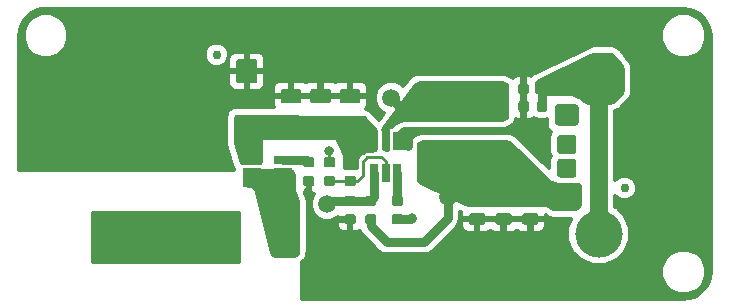
<source format=gtl>
G04 #@! TF.GenerationSoftware,KiCad,Pcbnew,5.0.2-bee76a0~70~ubuntu16.04.1*
G04 #@! TF.CreationDate,2019-02-28T19:01:00+01:00*
G04 #@! TF.ProjectId,24VDC_to_USB_voltage_converter,32345644-435f-4746-9f5f-5553425f766f,rev?*
G04 #@! TF.SameCoordinates,Original*
G04 #@! TF.FileFunction,Copper,L1,Top*
G04 #@! TF.FilePolarity,Positive*
%FSLAX46Y46*%
G04 Gerber Fmt 4.6, Leading zero omitted, Abs format (unit mm)*
G04 Created by KiCad (PCBNEW 5.0.2-bee76a0~70~ubuntu16.04.1) date Thu 28 Feb 2019 07:01:00 PM CET*
%MOMM*%
%LPD*%
G01*
G04 APERTURE LIST*
G04 #@! TA.AperFunction,BGAPad,CuDef*
%ADD10C,0.750000*%
G04 #@! TD*
G04 #@! TA.AperFunction,SMDPad,CuDef*
%ADD11R,0.650000X1.560000*%
G04 #@! TD*
G04 #@! TA.AperFunction,Conductor*
%ADD12C,0.100000*%
G04 #@! TD*
G04 #@! TA.AperFunction,SMDPad,CuDef*
%ADD13C,0.875000*%
G04 #@! TD*
G04 #@! TA.AperFunction,SMDPad,CuDef*
%ADD14C,1.250000*%
G04 #@! TD*
G04 #@! TA.AperFunction,SMDPad,CuDef*
%ADD15R,7.500000X3.000000*%
G04 #@! TD*
G04 #@! TA.AperFunction,ComponentPad*
%ADD16C,4.000000*%
G04 #@! TD*
G04 #@! TA.AperFunction,ComponentPad*
%ADD17C,1.800000*%
G04 #@! TD*
G04 #@! TA.AperFunction,ComponentPad*
%ADD18C,1.600000*%
G04 #@! TD*
G04 #@! TA.AperFunction,SMDPad,CuDef*
%ADD19C,1.800000*%
G04 #@! TD*
G04 #@! TA.AperFunction,SMDPad,CuDef*
%ADD20C,2.200000*%
G04 #@! TD*
G04 #@! TA.AperFunction,SMDPad,CuDef*
%ADD21R,1.560000X0.650000*%
G04 #@! TD*
G04 #@! TA.AperFunction,SMDPad,CuDef*
%ADD22C,0.975000*%
G04 #@! TD*
G04 #@! TA.AperFunction,BGAPad,CuDef*
%ADD23C,1.500000*%
G04 #@! TD*
G04 #@! TA.AperFunction,ViaPad*
%ADD24C,0.800000*%
G04 #@! TD*
G04 #@! TA.AperFunction,Conductor*
%ADD25C,0.800000*%
G04 #@! TD*
G04 #@! TA.AperFunction,Conductor*
%ADD26C,0.250000*%
G04 #@! TD*
G04 #@! TA.AperFunction,Conductor*
%ADD27C,0.500000*%
G04 #@! TD*
G04 #@! TA.AperFunction,Conductor*
%ADD28C,1.500000*%
G04 #@! TD*
G04 #@! TA.AperFunction,Conductor*
%ADD29C,0.300000*%
G04 #@! TD*
G04 #@! TA.AperFunction,Conductor*
%ADD30C,0.254000*%
G04 #@! TD*
G04 APERTURE END LIST*
D10*
G04 #@! TO.P,FID1,~*
G04 #@! TO.N,N/C*
X157000000Y-90650000D03*
G04 #@! TD*
G04 #@! TO.P,FID2,~*
G04 #@! TO.N,N/C*
X122450000Y-79350000D03*
G04 #@! TD*
D11*
G04 #@! TO.P,U1,1*
G04 #@! TO.N,GND*
X137700000Y-86650000D03*
G04 #@! TO.P,U1,2*
G04 #@! TO.N,/SW*
X136750000Y-86650000D03*
G04 #@! TO.P,U1,3*
G04 #@! TO.N,/PR_INPUT*
X135800000Y-86650000D03*
G04 #@! TO.P,U1,4*
G04 #@! TO.N,/FB*
X135800000Y-89350000D03*
G04 #@! TO.P,U1,6*
G04 #@! TO.N,Net-(C4-Pad2)*
X137700000Y-89350000D03*
G04 #@! TO.P,U1,5*
G04 #@! TO.N,/EN*
X136750000Y-89350000D03*
G04 #@! TD*
D12*
G04 #@! TO.N,Net-(C4-Pad2)*
G04 #@! TO.C,C4*
G36*
X138027691Y-91276053D02*
X138048926Y-91279203D01*
X138069750Y-91284419D01*
X138089962Y-91291651D01*
X138109368Y-91300830D01*
X138127781Y-91311866D01*
X138145024Y-91324654D01*
X138160930Y-91339070D01*
X138175346Y-91354976D01*
X138188134Y-91372219D01*
X138199170Y-91390632D01*
X138208349Y-91410038D01*
X138215581Y-91430250D01*
X138220797Y-91451074D01*
X138223947Y-91472309D01*
X138225000Y-91493750D01*
X138225000Y-91931250D01*
X138223947Y-91952691D01*
X138220797Y-91973926D01*
X138215581Y-91994750D01*
X138208349Y-92014962D01*
X138199170Y-92034368D01*
X138188134Y-92052781D01*
X138175346Y-92070024D01*
X138160930Y-92085930D01*
X138145024Y-92100346D01*
X138127781Y-92113134D01*
X138109368Y-92124170D01*
X138089962Y-92133349D01*
X138069750Y-92140581D01*
X138048926Y-92145797D01*
X138027691Y-92148947D01*
X138006250Y-92150000D01*
X137493750Y-92150000D01*
X137472309Y-92148947D01*
X137451074Y-92145797D01*
X137430250Y-92140581D01*
X137410038Y-92133349D01*
X137390632Y-92124170D01*
X137372219Y-92113134D01*
X137354976Y-92100346D01*
X137339070Y-92085930D01*
X137324654Y-92070024D01*
X137311866Y-92052781D01*
X137300830Y-92034368D01*
X137291651Y-92014962D01*
X137284419Y-91994750D01*
X137279203Y-91973926D01*
X137276053Y-91952691D01*
X137275000Y-91931250D01*
X137275000Y-91493750D01*
X137276053Y-91472309D01*
X137279203Y-91451074D01*
X137284419Y-91430250D01*
X137291651Y-91410038D01*
X137300830Y-91390632D01*
X137311866Y-91372219D01*
X137324654Y-91354976D01*
X137339070Y-91339070D01*
X137354976Y-91324654D01*
X137372219Y-91311866D01*
X137390632Y-91300830D01*
X137410038Y-91291651D01*
X137430250Y-91284419D01*
X137451074Y-91279203D01*
X137472309Y-91276053D01*
X137493750Y-91275000D01*
X138006250Y-91275000D01*
X138027691Y-91276053D01*
X138027691Y-91276053D01*
G37*
D13*
G04 #@! TD*
G04 #@! TO.P,C4,2*
G04 #@! TO.N,Net-(C4-Pad2)*
X137750000Y-91712500D03*
D12*
G04 #@! TO.N,/SW*
G04 #@! TO.C,C4*
G36*
X138027691Y-92851053D02*
X138048926Y-92854203D01*
X138069750Y-92859419D01*
X138089962Y-92866651D01*
X138109368Y-92875830D01*
X138127781Y-92886866D01*
X138145024Y-92899654D01*
X138160930Y-92914070D01*
X138175346Y-92929976D01*
X138188134Y-92947219D01*
X138199170Y-92965632D01*
X138208349Y-92985038D01*
X138215581Y-93005250D01*
X138220797Y-93026074D01*
X138223947Y-93047309D01*
X138225000Y-93068750D01*
X138225000Y-93506250D01*
X138223947Y-93527691D01*
X138220797Y-93548926D01*
X138215581Y-93569750D01*
X138208349Y-93589962D01*
X138199170Y-93609368D01*
X138188134Y-93627781D01*
X138175346Y-93645024D01*
X138160930Y-93660930D01*
X138145024Y-93675346D01*
X138127781Y-93688134D01*
X138109368Y-93699170D01*
X138089962Y-93708349D01*
X138069750Y-93715581D01*
X138048926Y-93720797D01*
X138027691Y-93723947D01*
X138006250Y-93725000D01*
X137493750Y-93725000D01*
X137472309Y-93723947D01*
X137451074Y-93720797D01*
X137430250Y-93715581D01*
X137410038Y-93708349D01*
X137390632Y-93699170D01*
X137372219Y-93688134D01*
X137354976Y-93675346D01*
X137339070Y-93660930D01*
X137324654Y-93645024D01*
X137311866Y-93627781D01*
X137300830Y-93609368D01*
X137291651Y-93589962D01*
X137284419Y-93569750D01*
X137279203Y-93548926D01*
X137276053Y-93527691D01*
X137275000Y-93506250D01*
X137275000Y-93068750D01*
X137276053Y-93047309D01*
X137279203Y-93026074D01*
X137284419Y-93005250D01*
X137291651Y-92985038D01*
X137300830Y-92965632D01*
X137311866Y-92947219D01*
X137324654Y-92929976D01*
X137339070Y-92914070D01*
X137354976Y-92899654D01*
X137372219Y-92886866D01*
X137390632Y-92875830D01*
X137410038Y-92866651D01*
X137430250Y-92859419D01*
X137451074Y-92854203D01*
X137472309Y-92851053D01*
X137493750Y-92850000D01*
X138006250Y-92850000D01*
X138027691Y-92851053D01*
X138027691Y-92851053D01*
G37*
D13*
G04 #@! TD*
G04 #@! TO.P,C4,1*
G04 #@! TO.N,/SW*
X137750000Y-93287500D03*
D12*
G04 #@! TO.N,/SHIELD*
G04 #@! TO.C,C8*
G36*
X150244499Y-83257360D02*
X150265734Y-83260510D01*
X150286558Y-83265726D01*
X150306770Y-83272958D01*
X150326176Y-83282137D01*
X150344589Y-83293173D01*
X150361832Y-83305961D01*
X150377738Y-83320377D01*
X150392154Y-83336283D01*
X150404942Y-83353526D01*
X150415978Y-83371939D01*
X150425157Y-83391345D01*
X150432389Y-83411557D01*
X150437605Y-83432381D01*
X150440755Y-83453616D01*
X150441808Y-83475057D01*
X150441808Y-83987557D01*
X150440755Y-84008998D01*
X150437605Y-84030233D01*
X150432389Y-84051057D01*
X150425157Y-84071269D01*
X150415978Y-84090675D01*
X150404942Y-84109088D01*
X150392154Y-84126331D01*
X150377738Y-84142237D01*
X150361832Y-84156653D01*
X150344589Y-84169441D01*
X150326176Y-84180477D01*
X150306770Y-84189656D01*
X150286558Y-84196888D01*
X150265734Y-84202104D01*
X150244499Y-84205254D01*
X150223058Y-84206307D01*
X149785558Y-84206307D01*
X149764117Y-84205254D01*
X149742882Y-84202104D01*
X149722058Y-84196888D01*
X149701846Y-84189656D01*
X149682440Y-84180477D01*
X149664027Y-84169441D01*
X149646784Y-84156653D01*
X149630878Y-84142237D01*
X149616462Y-84126331D01*
X149603674Y-84109088D01*
X149592638Y-84090675D01*
X149583459Y-84071269D01*
X149576227Y-84051057D01*
X149571011Y-84030233D01*
X149567861Y-84008998D01*
X149566808Y-83987557D01*
X149566808Y-83475057D01*
X149567861Y-83453616D01*
X149571011Y-83432381D01*
X149576227Y-83411557D01*
X149583459Y-83391345D01*
X149592638Y-83371939D01*
X149603674Y-83353526D01*
X149616462Y-83336283D01*
X149630878Y-83320377D01*
X149646784Y-83305961D01*
X149664027Y-83293173D01*
X149682440Y-83282137D01*
X149701846Y-83272958D01*
X149722058Y-83265726D01*
X149742882Y-83260510D01*
X149764117Y-83257360D01*
X149785558Y-83256307D01*
X150223058Y-83256307D01*
X150244499Y-83257360D01*
X150244499Y-83257360D01*
G37*
D13*
G04 #@! TD*
G04 #@! TO.P,C8,1*
G04 #@! TO.N,/SHIELD*
X150004308Y-83731307D03*
D12*
G04 #@! TO.N,GND*
G04 #@! TO.C,C8*
G36*
X148669499Y-83257360D02*
X148690734Y-83260510D01*
X148711558Y-83265726D01*
X148731770Y-83272958D01*
X148751176Y-83282137D01*
X148769589Y-83293173D01*
X148786832Y-83305961D01*
X148802738Y-83320377D01*
X148817154Y-83336283D01*
X148829942Y-83353526D01*
X148840978Y-83371939D01*
X148850157Y-83391345D01*
X148857389Y-83411557D01*
X148862605Y-83432381D01*
X148865755Y-83453616D01*
X148866808Y-83475057D01*
X148866808Y-83987557D01*
X148865755Y-84008998D01*
X148862605Y-84030233D01*
X148857389Y-84051057D01*
X148850157Y-84071269D01*
X148840978Y-84090675D01*
X148829942Y-84109088D01*
X148817154Y-84126331D01*
X148802738Y-84142237D01*
X148786832Y-84156653D01*
X148769589Y-84169441D01*
X148751176Y-84180477D01*
X148731770Y-84189656D01*
X148711558Y-84196888D01*
X148690734Y-84202104D01*
X148669499Y-84205254D01*
X148648058Y-84206307D01*
X148210558Y-84206307D01*
X148189117Y-84205254D01*
X148167882Y-84202104D01*
X148147058Y-84196888D01*
X148126846Y-84189656D01*
X148107440Y-84180477D01*
X148089027Y-84169441D01*
X148071784Y-84156653D01*
X148055878Y-84142237D01*
X148041462Y-84126331D01*
X148028674Y-84109088D01*
X148017638Y-84090675D01*
X148008459Y-84071269D01*
X148001227Y-84051057D01*
X147996011Y-84030233D01*
X147992861Y-84008998D01*
X147991808Y-83987557D01*
X147991808Y-83475057D01*
X147992861Y-83453616D01*
X147996011Y-83432381D01*
X148001227Y-83411557D01*
X148008459Y-83391345D01*
X148017638Y-83371939D01*
X148028674Y-83353526D01*
X148041462Y-83336283D01*
X148055878Y-83320377D01*
X148071784Y-83305961D01*
X148089027Y-83293173D01*
X148107440Y-83282137D01*
X148126846Y-83272958D01*
X148147058Y-83265726D01*
X148167882Y-83260510D01*
X148189117Y-83257360D01*
X148210558Y-83256307D01*
X148648058Y-83256307D01*
X148669499Y-83257360D01*
X148669499Y-83257360D01*
G37*
D13*
G04 #@! TD*
G04 #@! TO.P,C8,2*
G04 #@! TO.N,GND*
X148429308Y-83731307D03*
D12*
G04 #@! TO.N,/PR_INPUT*
G04 #@! TO.C,C2*
G36*
X131899504Y-85026204D02*
X131923773Y-85029804D01*
X131947571Y-85035765D01*
X131970671Y-85044030D01*
X131992849Y-85054520D01*
X132013893Y-85067133D01*
X132033598Y-85081747D01*
X132051777Y-85098223D01*
X132068253Y-85116402D01*
X132082867Y-85136107D01*
X132095480Y-85157151D01*
X132105970Y-85179329D01*
X132114235Y-85202429D01*
X132120196Y-85226227D01*
X132123796Y-85250496D01*
X132125000Y-85275000D01*
X132125000Y-86025000D01*
X132123796Y-86049504D01*
X132120196Y-86073773D01*
X132114235Y-86097571D01*
X132105970Y-86120671D01*
X132095480Y-86142849D01*
X132082867Y-86163893D01*
X132068253Y-86183598D01*
X132051777Y-86201777D01*
X132033598Y-86218253D01*
X132013893Y-86232867D01*
X131992849Y-86245480D01*
X131970671Y-86255970D01*
X131947571Y-86264235D01*
X131923773Y-86270196D01*
X131899504Y-86273796D01*
X131875000Y-86275000D01*
X130625000Y-86275000D01*
X130600496Y-86273796D01*
X130576227Y-86270196D01*
X130552429Y-86264235D01*
X130529329Y-86255970D01*
X130507151Y-86245480D01*
X130486107Y-86232867D01*
X130466402Y-86218253D01*
X130448223Y-86201777D01*
X130431747Y-86183598D01*
X130417133Y-86163893D01*
X130404520Y-86142849D01*
X130394030Y-86120671D01*
X130385765Y-86097571D01*
X130379804Y-86073773D01*
X130376204Y-86049504D01*
X130375000Y-86025000D01*
X130375000Y-85275000D01*
X130376204Y-85250496D01*
X130379804Y-85226227D01*
X130385765Y-85202429D01*
X130394030Y-85179329D01*
X130404520Y-85157151D01*
X130417133Y-85136107D01*
X130431747Y-85116402D01*
X130448223Y-85098223D01*
X130466402Y-85081747D01*
X130486107Y-85067133D01*
X130507151Y-85054520D01*
X130529329Y-85044030D01*
X130552429Y-85035765D01*
X130576227Y-85029804D01*
X130600496Y-85026204D01*
X130625000Y-85025000D01*
X131875000Y-85025000D01*
X131899504Y-85026204D01*
X131899504Y-85026204D01*
G37*
D14*
G04 #@! TD*
G04 #@! TO.P,C2,1*
G04 #@! TO.N,/PR_INPUT*
X131250000Y-85650000D03*
D12*
G04 #@! TO.N,GND*
G04 #@! TO.C,C2*
G36*
X131899504Y-82226204D02*
X131923773Y-82229804D01*
X131947571Y-82235765D01*
X131970671Y-82244030D01*
X131992849Y-82254520D01*
X132013893Y-82267133D01*
X132033598Y-82281747D01*
X132051777Y-82298223D01*
X132068253Y-82316402D01*
X132082867Y-82336107D01*
X132095480Y-82357151D01*
X132105970Y-82379329D01*
X132114235Y-82402429D01*
X132120196Y-82426227D01*
X132123796Y-82450496D01*
X132125000Y-82475000D01*
X132125000Y-83225000D01*
X132123796Y-83249504D01*
X132120196Y-83273773D01*
X132114235Y-83297571D01*
X132105970Y-83320671D01*
X132095480Y-83342849D01*
X132082867Y-83363893D01*
X132068253Y-83383598D01*
X132051777Y-83401777D01*
X132033598Y-83418253D01*
X132013893Y-83432867D01*
X131992849Y-83445480D01*
X131970671Y-83455970D01*
X131947571Y-83464235D01*
X131923773Y-83470196D01*
X131899504Y-83473796D01*
X131875000Y-83475000D01*
X130625000Y-83475000D01*
X130600496Y-83473796D01*
X130576227Y-83470196D01*
X130552429Y-83464235D01*
X130529329Y-83455970D01*
X130507151Y-83445480D01*
X130486107Y-83432867D01*
X130466402Y-83418253D01*
X130448223Y-83401777D01*
X130431747Y-83383598D01*
X130417133Y-83363893D01*
X130404520Y-83342849D01*
X130394030Y-83320671D01*
X130385765Y-83297571D01*
X130379804Y-83273773D01*
X130376204Y-83249504D01*
X130375000Y-83225000D01*
X130375000Y-82475000D01*
X130376204Y-82450496D01*
X130379804Y-82426227D01*
X130385765Y-82402429D01*
X130394030Y-82379329D01*
X130404520Y-82357151D01*
X130417133Y-82336107D01*
X130431747Y-82316402D01*
X130448223Y-82298223D01*
X130466402Y-82281747D01*
X130486107Y-82267133D01*
X130507151Y-82254520D01*
X130529329Y-82244030D01*
X130552429Y-82235765D01*
X130576227Y-82229804D01*
X130600496Y-82226204D01*
X130625000Y-82225000D01*
X131875000Y-82225000D01*
X131899504Y-82226204D01*
X131899504Y-82226204D01*
G37*
D14*
G04 #@! TD*
G04 #@! TO.P,C2,2*
G04 #@! TO.N,GND*
X131250000Y-82850000D03*
D12*
G04 #@! TO.N,GND*
G04 #@! TO.C,C3*
G36*
X134399504Y-82226204D02*
X134423773Y-82229804D01*
X134447571Y-82235765D01*
X134470671Y-82244030D01*
X134492849Y-82254520D01*
X134513893Y-82267133D01*
X134533598Y-82281747D01*
X134551777Y-82298223D01*
X134568253Y-82316402D01*
X134582867Y-82336107D01*
X134595480Y-82357151D01*
X134605970Y-82379329D01*
X134614235Y-82402429D01*
X134620196Y-82426227D01*
X134623796Y-82450496D01*
X134625000Y-82475000D01*
X134625000Y-83225000D01*
X134623796Y-83249504D01*
X134620196Y-83273773D01*
X134614235Y-83297571D01*
X134605970Y-83320671D01*
X134595480Y-83342849D01*
X134582867Y-83363893D01*
X134568253Y-83383598D01*
X134551777Y-83401777D01*
X134533598Y-83418253D01*
X134513893Y-83432867D01*
X134492849Y-83445480D01*
X134470671Y-83455970D01*
X134447571Y-83464235D01*
X134423773Y-83470196D01*
X134399504Y-83473796D01*
X134375000Y-83475000D01*
X133125000Y-83475000D01*
X133100496Y-83473796D01*
X133076227Y-83470196D01*
X133052429Y-83464235D01*
X133029329Y-83455970D01*
X133007151Y-83445480D01*
X132986107Y-83432867D01*
X132966402Y-83418253D01*
X132948223Y-83401777D01*
X132931747Y-83383598D01*
X132917133Y-83363893D01*
X132904520Y-83342849D01*
X132894030Y-83320671D01*
X132885765Y-83297571D01*
X132879804Y-83273773D01*
X132876204Y-83249504D01*
X132875000Y-83225000D01*
X132875000Y-82475000D01*
X132876204Y-82450496D01*
X132879804Y-82426227D01*
X132885765Y-82402429D01*
X132894030Y-82379329D01*
X132904520Y-82357151D01*
X132917133Y-82336107D01*
X132931747Y-82316402D01*
X132948223Y-82298223D01*
X132966402Y-82281747D01*
X132986107Y-82267133D01*
X133007151Y-82254520D01*
X133029329Y-82244030D01*
X133052429Y-82235765D01*
X133076227Y-82229804D01*
X133100496Y-82226204D01*
X133125000Y-82225000D01*
X134375000Y-82225000D01*
X134399504Y-82226204D01*
X134399504Y-82226204D01*
G37*
D14*
G04 #@! TD*
G04 #@! TO.P,C3,2*
G04 #@! TO.N,GND*
X133750000Y-82850000D03*
D12*
G04 #@! TO.N,/PR_INPUT*
G04 #@! TO.C,C3*
G36*
X134399504Y-85026204D02*
X134423773Y-85029804D01*
X134447571Y-85035765D01*
X134470671Y-85044030D01*
X134492849Y-85054520D01*
X134513893Y-85067133D01*
X134533598Y-85081747D01*
X134551777Y-85098223D01*
X134568253Y-85116402D01*
X134582867Y-85136107D01*
X134595480Y-85157151D01*
X134605970Y-85179329D01*
X134614235Y-85202429D01*
X134620196Y-85226227D01*
X134623796Y-85250496D01*
X134625000Y-85275000D01*
X134625000Y-86025000D01*
X134623796Y-86049504D01*
X134620196Y-86073773D01*
X134614235Y-86097571D01*
X134605970Y-86120671D01*
X134595480Y-86142849D01*
X134582867Y-86163893D01*
X134568253Y-86183598D01*
X134551777Y-86201777D01*
X134533598Y-86218253D01*
X134513893Y-86232867D01*
X134492849Y-86245480D01*
X134470671Y-86255970D01*
X134447571Y-86264235D01*
X134423773Y-86270196D01*
X134399504Y-86273796D01*
X134375000Y-86275000D01*
X133125000Y-86275000D01*
X133100496Y-86273796D01*
X133076227Y-86270196D01*
X133052429Y-86264235D01*
X133029329Y-86255970D01*
X133007151Y-86245480D01*
X132986107Y-86232867D01*
X132966402Y-86218253D01*
X132948223Y-86201777D01*
X132931747Y-86183598D01*
X132917133Y-86163893D01*
X132904520Y-86142849D01*
X132894030Y-86120671D01*
X132885765Y-86097571D01*
X132879804Y-86073773D01*
X132876204Y-86049504D01*
X132875000Y-86025000D01*
X132875000Y-85275000D01*
X132876204Y-85250496D01*
X132879804Y-85226227D01*
X132885765Y-85202429D01*
X132894030Y-85179329D01*
X132904520Y-85157151D01*
X132917133Y-85136107D01*
X132931747Y-85116402D01*
X132948223Y-85098223D01*
X132966402Y-85081747D01*
X132986107Y-85067133D01*
X133007151Y-85054520D01*
X133029329Y-85044030D01*
X133052429Y-85035765D01*
X133076227Y-85029804D01*
X133100496Y-85026204D01*
X133125000Y-85025000D01*
X134375000Y-85025000D01*
X134399504Y-85026204D01*
X134399504Y-85026204D01*
G37*
D14*
G04 #@! TD*
G04 #@! TO.P,C3,1*
G04 #@! TO.N,/PR_INPUT*
X133750000Y-85650000D03*
D12*
G04 #@! TO.N,/PR_INPUT*
G04 #@! TO.C,C1*
G36*
X129399504Y-85026204D02*
X129423773Y-85029804D01*
X129447571Y-85035765D01*
X129470671Y-85044030D01*
X129492849Y-85054520D01*
X129513893Y-85067133D01*
X129533598Y-85081747D01*
X129551777Y-85098223D01*
X129568253Y-85116402D01*
X129582867Y-85136107D01*
X129595480Y-85157151D01*
X129605970Y-85179329D01*
X129614235Y-85202429D01*
X129620196Y-85226227D01*
X129623796Y-85250496D01*
X129625000Y-85275000D01*
X129625000Y-86025000D01*
X129623796Y-86049504D01*
X129620196Y-86073773D01*
X129614235Y-86097571D01*
X129605970Y-86120671D01*
X129595480Y-86142849D01*
X129582867Y-86163893D01*
X129568253Y-86183598D01*
X129551777Y-86201777D01*
X129533598Y-86218253D01*
X129513893Y-86232867D01*
X129492849Y-86245480D01*
X129470671Y-86255970D01*
X129447571Y-86264235D01*
X129423773Y-86270196D01*
X129399504Y-86273796D01*
X129375000Y-86275000D01*
X128125000Y-86275000D01*
X128100496Y-86273796D01*
X128076227Y-86270196D01*
X128052429Y-86264235D01*
X128029329Y-86255970D01*
X128007151Y-86245480D01*
X127986107Y-86232867D01*
X127966402Y-86218253D01*
X127948223Y-86201777D01*
X127931747Y-86183598D01*
X127917133Y-86163893D01*
X127904520Y-86142849D01*
X127894030Y-86120671D01*
X127885765Y-86097571D01*
X127879804Y-86073773D01*
X127876204Y-86049504D01*
X127875000Y-86025000D01*
X127875000Y-85275000D01*
X127876204Y-85250496D01*
X127879804Y-85226227D01*
X127885765Y-85202429D01*
X127894030Y-85179329D01*
X127904520Y-85157151D01*
X127917133Y-85136107D01*
X127931747Y-85116402D01*
X127948223Y-85098223D01*
X127966402Y-85081747D01*
X127986107Y-85067133D01*
X128007151Y-85054520D01*
X128029329Y-85044030D01*
X128052429Y-85035765D01*
X128076227Y-85029804D01*
X128100496Y-85026204D01*
X128125000Y-85025000D01*
X129375000Y-85025000D01*
X129399504Y-85026204D01*
X129399504Y-85026204D01*
G37*
D14*
G04 #@! TD*
G04 #@! TO.P,C1,1*
G04 #@! TO.N,/PR_INPUT*
X128750000Y-85650000D03*
D12*
G04 #@! TO.N,GND*
G04 #@! TO.C,C1*
G36*
X129399504Y-82226204D02*
X129423773Y-82229804D01*
X129447571Y-82235765D01*
X129470671Y-82244030D01*
X129492849Y-82254520D01*
X129513893Y-82267133D01*
X129533598Y-82281747D01*
X129551777Y-82298223D01*
X129568253Y-82316402D01*
X129582867Y-82336107D01*
X129595480Y-82357151D01*
X129605970Y-82379329D01*
X129614235Y-82402429D01*
X129620196Y-82426227D01*
X129623796Y-82450496D01*
X129625000Y-82475000D01*
X129625000Y-83225000D01*
X129623796Y-83249504D01*
X129620196Y-83273773D01*
X129614235Y-83297571D01*
X129605970Y-83320671D01*
X129595480Y-83342849D01*
X129582867Y-83363893D01*
X129568253Y-83383598D01*
X129551777Y-83401777D01*
X129533598Y-83418253D01*
X129513893Y-83432867D01*
X129492849Y-83445480D01*
X129470671Y-83455970D01*
X129447571Y-83464235D01*
X129423773Y-83470196D01*
X129399504Y-83473796D01*
X129375000Y-83475000D01*
X128125000Y-83475000D01*
X128100496Y-83473796D01*
X128076227Y-83470196D01*
X128052429Y-83464235D01*
X128029329Y-83455970D01*
X128007151Y-83445480D01*
X127986107Y-83432867D01*
X127966402Y-83418253D01*
X127948223Y-83401777D01*
X127931747Y-83383598D01*
X127917133Y-83363893D01*
X127904520Y-83342849D01*
X127894030Y-83320671D01*
X127885765Y-83297571D01*
X127879804Y-83273773D01*
X127876204Y-83249504D01*
X127875000Y-83225000D01*
X127875000Y-82475000D01*
X127876204Y-82450496D01*
X127879804Y-82426227D01*
X127885765Y-82402429D01*
X127894030Y-82379329D01*
X127904520Y-82357151D01*
X127917133Y-82336107D01*
X127931747Y-82316402D01*
X127948223Y-82298223D01*
X127966402Y-82281747D01*
X127986107Y-82267133D01*
X128007151Y-82254520D01*
X128029329Y-82244030D01*
X128052429Y-82235765D01*
X128076227Y-82229804D01*
X128100496Y-82226204D01*
X128125000Y-82225000D01*
X129375000Y-82225000D01*
X129399504Y-82226204D01*
X129399504Y-82226204D01*
G37*
D14*
G04 #@! TD*
G04 #@! TO.P,C1,2*
G04 #@! TO.N,GND*
X128750000Y-82850000D03*
D15*
G04 #@! TO.P,L1,1*
G04 #@! TO.N,/VBUS*
X143250000Y-88250000D03*
G04 #@! TO.P,L1,2*
G04 #@! TO.N,/SW*
X143250000Y-83250000D03*
G04 #@! TD*
D16*
G04 #@! TO.P,J2,5*
G04 #@! TO.N,/SHIELD*
X154800000Y-94520000D03*
X154800000Y-81380000D03*
D12*
G04 #@! TD*
G04 #@! TO.N,/VBUS*
G04 #@! TO.C,J2*
G36*
X152846465Y-90551300D02*
X152872674Y-90555188D01*
X152898377Y-90561626D01*
X152923325Y-90570553D01*
X152947277Y-90581881D01*
X152970004Y-90595503D01*
X152991286Y-90611287D01*
X153010919Y-90629081D01*
X153028713Y-90648714D01*
X153044497Y-90669996D01*
X153058119Y-90692723D01*
X153069447Y-90716675D01*
X153078374Y-90741623D01*
X153084812Y-90767326D01*
X153088700Y-90793535D01*
X153090000Y-90820000D01*
X153090000Y-92080000D01*
X153088700Y-92106465D01*
X153084812Y-92132674D01*
X153078374Y-92158377D01*
X153069447Y-92183325D01*
X153058119Y-92207277D01*
X153044497Y-92230004D01*
X153028713Y-92251286D01*
X153010919Y-92270919D01*
X152991286Y-92288713D01*
X152970004Y-92304497D01*
X152947277Y-92318119D01*
X152923325Y-92329447D01*
X152898377Y-92338374D01*
X152872674Y-92344812D01*
X152846465Y-92348700D01*
X152820000Y-92350000D01*
X151360000Y-92350000D01*
X151333535Y-92348700D01*
X151307326Y-92344812D01*
X151281623Y-92338374D01*
X151256675Y-92329447D01*
X151232723Y-92318119D01*
X151209996Y-92304497D01*
X151188714Y-92288713D01*
X151169081Y-92270919D01*
X151151287Y-92251286D01*
X151135503Y-92230004D01*
X151121881Y-92207277D01*
X151110553Y-92183325D01*
X151101626Y-92158377D01*
X151095188Y-92132674D01*
X151091300Y-92106465D01*
X151090000Y-92080000D01*
X151090000Y-90820000D01*
X151091300Y-90793535D01*
X151095188Y-90767326D01*
X151101626Y-90741623D01*
X151110553Y-90716675D01*
X151121881Y-90692723D01*
X151135503Y-90669996D01*
X151151287Y-90648714D01*
X151169081Y-90629081D01*
X151188714Y-90611287D01*
X151209996Y-90595503D01*
X151232723Y-90581881D01*
X151256675Y-90570553D01*
X151281623Y-90561626D01*
X151307326Y-90555188D01*
X151333535Y-90551300D01*
X151360000Y-90550000D01*
X152820000Y-90550000D01*
X152846465Y-90551300D01*
X152846465Y-90551300D01*
G37*
D17*
G04 #@! TO.P,J2,1*
G04 #@! TO.N,/VBUS*
X152090000Y-91450000D03*
D12*
G04 #@! TD*
G04 #@! TO.N,Net-(J2-Pad2)*
G04 #@! TO.C,J2*
G36*
X152673524Y-88151156D02*
X152696822Y-88154612D01*
X152719668Y-88160334D01*
X152741844Y-88168269D01*
X152763135Y-88178339D01*
X152783337Y-88190447D01*
X152802254Y-88204477D01*
X152819706Y-88220294D01*
X152835523Y-88237746D01*
X152849553Y-88256663D01*
X152861661Y-88276865D01*
X152871731Y-88298156D01*
X152879666Y-88320332D01*
X152885388Y-88343178D01*
X152888844Y-88366476D01*
X152890000Y-88390000D01*
X152890000Y-89510000D01*
X152888844Y-89533524D01*
X152885388Y-89556822D01*
X152879666Y-89579668D01*
X152871731Y-89601844D01*
X152861661Y-89623135D01*
X152849553Y-89643337D01*
X152835523Y-89662254D01*
X152819706Y-89679706D01*
X152802254Y-89695523D01*
X152783337Y-89709553D01*
X152763135Y-89721661D01*
X152741844Y-89731731D01*
X152719668Y-89739666D01*
X152696822Y-89745388D01*
X152673524Y-89748844D01*
X152650000Y-89750000D01*
X151530000Y-89750000D01*
X151506476Y-89748844D01*
X151483178Y-89745388D01*
X151460332Y-89739666D01*
X151438156Y-89731731D01*
X151416865Y-89721661D01*
X151396663Y-89709553D01*
X151377746Y-89695523D01*
X151360294Y-89679706D01*
X151344477Y-89662254D01*
X151330447Y-89643337D01*
X151318339Y-89623135D01*
X151308269Y-89601844D01*
X151300334Y-89579668D01*
X151294612Y-89556822D01*
X151291156Y-89533524D01*
X151290000Y-89510000D01*
X151290000Y-88390000D01*
X151291156Y-88366476D01*
X151294612Y-88343178D01*
X151300334Y-88320332D01*
X151308269Y-88298156D01*
X151318339Y-88276865D01*
X151330447Y-88256663D01*
X151344477Y-88237746D01*
X151360294Y-88220294D01*
X151377746Y-88204477D01*
X151396663Y-88190447D01*
X151416865Y-88178339D01*
X151438156Y-88168269D01*
X151460332Y-88160334D01*
X151483178Y-88154612D01*
X151506476Y-88151156D01*
X151530000Y-88150000D01*
X152650000Y-88150000D01*
X152673524Y-88151156D01*
X152673524Y-88151156D01*
G37*
D18*
G04 #@! TO.P,J2,2*
G04 #@! TO.N,Net-(J2-Pad2)*
X152090000Y-88950000D03*
D12*
G04 #@! TD*
G04 #@! TO.N,Net-(J2-Pad3)*
G04 #@! TO.C,J2*
G36*
X152673524Y-86151156D02*
X152696822Y-86154612D01*
X152719668Y-86160334D01*
X152741844Y-86168269D01*
X152763135Y-86178339D01*
X152783337Y-86190447D01*
X152802254Y-86204477D01*
X152819706Y-86220294D01*
X152835523Y-86237746D01*
X152849553Y-86256663D01*
X152861661Y-86276865D01*
X152871731Y-86298156D01*
X152879666Y-86320332D01*
X152885388Y-86343178D01*
X152888844Y-86366476D01*
X152890000Y-86390000D01*
X152890000Y-87510000D01*
X152888844Y-87533524D01*
X152885388Y-87556822D01*
X152879666Y-87579668D01*
X152871731Y-87601844D01*
X152861661Y-87623135D01*
X152849553Y-87643337D01*
X152835523Y-87662254D01*
X152819706Y-87679706D01*
X152802254Y-87695523D01*
X152783337Y-87709553D01*
X152763135Y-87721661D01*
X152741844Y-87731731D01*
X152719668Y-87739666D01*
X152696822Y-87745388D01*
X152673524Y-87748844D01*
X152650000Y-87750000D01*
X151530000Y-87750000D01*
X151506476Y-87748844D01*
X151483178Y-87745388D01*
X151460332Y-87739666D01*
X151438156Y-87731731D01*
X151416865Y-87721661D01*
X151396663Y-87709553D01*
X151377746Y-87695523D01*
X151360294Y-87679706D01*
X151344477Y-87662254D01*
X151330447Y-87643337D01*
X151318339Y-87623135D01*
X151308269Y-87601844D01*
X151300334Y-87579668D01*
X151294612Y-87556822D01*
X151291156Y-87533524D01*
X151290000Y-87510000D01*
X151290000Y-86390000D01*
X151291156Y-86366476D01*
X151294612Y-86343178D01*
X151300334Y-86320332D01*
X151308269Y-86298156D01*
X151318339Y-86276865D01*
X151330447Y-86256663D01*
X151344477Y-86237746D01*
X151360294Y-86220294D01*
X151377746Y-86204477D01*
X151396663Y-86190447D01*
X151416865Y-86178339D01*
X151438156Y-86168269D01*
X151460332Y-86160334D01*
X151483178Y-86154612D01*
X151506476Y-86151156D01*
X151530000Y-86150000D01*
X152650000Y-86150000D01*
X152673524Y-86151156D01*
X152673524Y-86151156D01*
G37*
D18*
G04 #@! TO.P,J2,3*
G04 #@! TO.N,Net-(J2-Pad3)*
X152090000Y-86950000D03*
D12*
G04 #@! TD*
G04 #@! TO.N,GND*
G04 #@! TO.C,J2*
G36*
X152846465Y-83551300D02*
X152872674Y-83555188D01*
X152898377Y-83561626D01*
X152923325Y-83570553D01*
X152947277Y-83581881D01*
X152970004Y-83595503D01*
X152991286Y-83611287D01*
X153010919Y-83629081D01*
X153028713Y-83648714D01*
X153044497Y-83669996D01*
X153058119Y-83692723D01*
X153069447Y-83716675D01*
X153078374Y-83741623D01*
X153084812Y-83767326D01*
X153088700Y-83793535D01*
X153090000Y-83820000D01*
X153090000Y-85080000D01*
X153088700Y-85106465D01*
X153084812Y-85132674D01*
X153078374Y-85158377D01*
X153069447Y-85183325D01*
X153058119Y-85207277D01*
X153044497Y-85230004D01*
X153028713Y-85251286D01*
X153010919Y-85270919D01*
X152991286Y-85288713D01*
X152970004Y-85304497D01*
X152947277Y-85318119D01*
X152923325Y-85329447D01*
X152898377Y-85338374D01*
X152872674Y-85344812D01*
X152846465Y-85348700D01*
X152820000Y-85350000D01*
X151360000Y-85350000D01*
X151333535Y-85348700D01*
X151307326Y-85344812D01*
X151281623Y-85338374D01*
X151256675Y-85329447D01*
X151232723Y-85318119D01*
X151209996Y-85304497D01*
X151188714Y-85288713D01*
X151169081Y-85270919D01*
X151151287Y-85251286D01*
X151135503Y-85230004D01*
X151121881Y-85207277D01*
X151110553Y-85183325D01*
X151101626Y-85158377D01*
X151095188Y-85132674D01*
X151091300Y-85106465D01*
X151090000Y-85080000D01*
X151090000Y-83820000D01*
X151091300Y-83793535D01*
X151095188Y-83767326D01*
X151101626Y-83741623D01*
X151110553Y-83716675D01*
X151121881Y-83692723D01*
X151135503Y-83669996D01*
X151151287Y-83648714D01*
X151169081Y-83629081D01*
X151188714Y-83611287D01*
X151209996Y-83595503D01*
X151232723Y-83581881D01*
X151256675Y-83570553D01*
X151281623Y-83561626D01*
X151307326Y-83555188D01*
X151333535Y-83551300D01*
X151360000Y-83550000D01*
X152820000Y-83550000D01*
X152846465Y-83551300D01*
X152846465Y-83551300D01*
G37*
D17*
G04 #@! TO.P,J2,4*
G04 #@! TO.N,GND*
X152090000Y-84450000D03*
G04 #@! TD*
D12*
G04 #@! TO.N,/PR_INPUT*
G04 #@! TO.C,D1*
G36*
X125737643Y-84550867D02*
X125755116Y-84553459D01*
X125772251Y-84557751D01*
X125788883Y-84563702D01*
X125804851Y-84571254D01*
X125820003Y-84580335D01*
X125834191Y-84590858D01*
X125847279Y-84602721D01*
X125859142Y-84615809D01*
X125869665Y-84629997D01*
X125878746Y-84645149D01*
X125886298Y-84661117D01*
X125892249Y-84677749D01*
X125896541Y-84694884D01*
X125899133Y-84712357D01*
X125900000Y-84730000D01*
X125900000Y-86370000D01*
X125899133Y-86387643D01*
X125896541Y-86405116D01*
X125892249Y-86422251D01*
X125886298Y-86438883D01*
X125878746Y-86454851D01*
X125869665Y-86470003D01*
X125859142Y-86484191D01*
X125847279Y-86497279D01*
X125834191Y-86509142D01*
X125820003Y-86519665D01*
X125804851Y-86528746D01*
X125788883Y-86536298D01*
X125772251Y-86542249D01*
X125755116Y-86546541D01*
X125737643Y-86549133D01*
X125720000Y-86550000D01*
X124280000Y-86550000D01*
X124262357Y-86549133D01*
X124244884Y-86546541D01*
X124227749Y-86542249D01*
X124211117Y-86536298D01*
X124195149Y-86528746D01*
X124179997Y-86519665D01*
X124165809Y-86509142D01*
X124152721Y-86497279D01*
X124140858Y-86484191D01*
X124130335Y-86470003D01*
X124121254Y-86454851D01*
X124113702Y-86438883D01*
X124107751Y-86422251D01*
X124103459Y-86405116D01*
X124100867Y-86387643D01*
X124100000Y-86370000D01*
X124100000Y-84730000D01*
X124100867Y-84712357D01*
X124103459Y-84694884D01*
X124107751Y-84677749D01*
X124113702Y-84661117D01*
X124121254Y-84645149D01*
X124130335Y-84629997D01*
X124140858Y-84615809D01*
X124152721Y-84602721D01*
X124165809Y-84590858D01*
X124179997Y-84580335D01*
X124195149Y-84571254D01*
X124211117Y-84563702D01*
X124227749Y-84557751D01*
X124244884Y-84553459D01*
X124262357Y-84550867D01*
X124280000Y-84550000D01*
X125720000Y-84550000D01*
X125737643Y-84550867D01*
X125737643Y-84550867D01*
G37*
D19*
G04 #@! TD*
G04 #@! TO.P,D1,1*
G04 #@! TO.N,/PR_INPUT*
X125000000Y-85550000D03*
D12*
G04 #@! TO.N,GND*
G04 #@! TO.C,D1*
G36*
X125737643Y-79750867D02*
X125755116Y-79753459D01*
X125772251Y-79757751D01*
X125788883Y-79763702D01*
X125804851Y-79771254D01*
X125820003Y-79780335D01*
X125834191Y-79790858D01*
X125847279Y-79802721D01*
X125859142Y-79815809D01*
X125869665Y-79829997D01*
X125878746Y-79845149D01*
X125886298Y-79861117D01*
X125892249Y-79877749D01*
X125896541Y-79894884D01*
X125899133Y-79912357D01*
X125900000Y-79930000D01*
X125900000Y-81570000D01*
X125899133Y-81587643D01*
X125896541Y-81605116D01*
X125892249Y-81622251D01*
X125886298Y-81638883D01*
X125878746Y-81654851D01*
X125869665Y-81670003D01*
X125859142Y-81684191D01*
X125847279Y-81697279D01*
X125834191Y-81709142D01*
X125820003Y-81719665D01*
X125804851Y-81728746D01*
X125788883Y-81736298D01*
X125772251Y-81742249D01*
X125755116Y-81746541D01*
X125737643Y-81749133D01*
X125720000Y-81750000D01*
X124280000Y-81750000D01*
X124262357Y-81749133D01*
X124244884Y-81746541D01*
X124227749Y-81742249D01*
X124211117Y-81736298D01*
X124195149Y-81728746D01*
X124179997Y-81719665D01*
X124165809Y-81709142D01*
X124152721Y-81697279D01*
X124140858Y-81684191D01*
X124130335Y-81670003D01*
X124121254Y-81654851D01*
X124113702Y-81638883D01*
X124107751Y-81622251D01*
X124103459Y-81605116D01*
X124100867Y-81587643D01*
X124100000Y-81570000D01*
X124100000Y-79930000D01*
X124100867Y-79912357D01*
X124103459Y-79894884D01*
X124107751Y-79877749D01*
X124113702Y-79861117D01*
X124121254Y-79845149D01*
X124130335Y-79829997D01*
X124140858Y-79815809D01*
X124152721Y-79802721D01*
X124165809Y-79790858D01*
X124179997Y-79780335D01*
X124195149Y-79771254D01*
X124211117Y-79763702D01*
X124227749Y-79757751D01*
X124244884Y-79753459D01*
X124262357Y-79750867D01*
X124280000Y-79750000D01*
X125720000Y-79750000D01*
X125737643Y-79750867D01*
X125737643Y-79750867D01*
G37*
D19*
G04 #@! TD*
G04 #@! TO.P,D1,2*
G04 #@! TO.N,GND*
X125000000Y-80750000D03*
D12*
G04 #@! TO.N,+24V*
G04 #@! TO.C,F1*
G36*
X123603909Y-93152648D02*
X123657300Y-93160568D01*
X123709657Y-93173683D01*
X123760476Y-93191866D01*
X123809268Y-93214943D01*
X123855564Y-93242692D01*
X123898916Y-93274844D01*
X123938909Y-93311091D01*
X123975156Y-93351084D01*
X124007308Y-93394436D01*
X124035057Y-93440732D01*
X124058134Y-93489524D01*
X124076317Y-93540343D01*
X124089432Y-93592700D01*
X124097352Y-93646091D01*
X124100000Y-93700000D01*
X124100000Y-95800000D01*
X124097352Y-95853909D01*
X124089432Y-95907300D01*
X124076317Y-95959657D01*
X124058134Y-96010476D01*
X124035057Y-96059268D01*
X124007308Y-96105564D01*
X123975156Y-96148916D01*
X123938909Y-96188909D01*
X123898916Y-96225156D01*
X123855564Y-96257308D01*
X123809268Y-96285057D01*
X123760476Y-96308134D01*
X123709657Y-96326317D01*
X123657300Y-96339432D01*
X123603909Y-96347352D01*
X123550000Y-96350000D01*
X122450000Y-96350000D01*
X122396091Y-96347352D01*
X122342700Y-96339432D01*
X122290343Y-96326317D01*
X122239524Y-96308134D01*
X122190732Y-96285057D01*
X122144436Y-96257308D01*
X122101084Y-96225156D01*
X122061091Y-96188909D01*
X122024844Y-96148916D01*
X121992692Y-96105564D01*
X121964943Y-96059268D01*
X121941866Y-96010476D01*
X121923683Y-95959657D01*
X121910568Y-95907300D01*
X121902648Y-95853909D01*
X121900000Y-95800000D01*
X121900000Y-93700000D01*
X121902648Y-93646091D01*
X121910568Y-93592700D01*
X121923683Y-93540343D01*
X121941866Y-93489524D01*
X121964943Y-93440732D01*
X121992692Y-93394436D01*
X122024844Y-93351084D01*
X122061091Y-93311091D01*
X122101084Y-93274844D01*
X122144436Y-93242692D01*
X122190732Y-93214943D01*
X122239524Y-93191866D01*
X122290343Y-93173683D01*
X122342700Y-93160568D01*
X122396091Y-93152648D01*
X122450000Y-93150000D01*
X123550000Y-93150000D01*
X123603909Y-93152648D01*
X123603909Y-93152648D01*
G37*
D20*
G04 #@! TD*
G04 #@! TO.P,F1,1*
G04 #@! TO.N,+24V*
X123000000Y-94750000D03*
D12*
G04 #@! TO.N,/FUSED*
G04 #@! TO.C,F1*
G36*
X128753909Y-93152648D02*
X128807300Y-93160568D01*
X128859657Y-93173683D01*
X128910476Y-93191866D01*
X128959268Y-93214943D01*
X129005564Y-93242692D01*
X129048916Y-93274844D01*
X129088909Y-93311091D01*
X129125156Y-93351084D01*
X129157308Y-93394436D01*
X129185057Y-93440732D01*
X129208134Y-93489524D01*
X129226317Y-93540343D01*
X129239432Y-93592700D01*
X129247352Y-93646091D01*
X129250000Y-93700000D01*
X129250000Y-95800000D01*
X129247352Y-95853909D01*
X129239432Y-95907300D01*
X129226317Y-95959657D01*
X129208134Y-96010476D01*
X129185057Y-96059268D01*
X129157308Y-96105564D01*
X129125156Y-96148916D01*
X129088909Y-96188909D01*
X129048916Y-96225156D01*
X129005564Y-96257308D01*
X128959268Y-96285057D01*
X128910476Y-96308134D01*
X128859657Y-96326317D01*
X128807300Y-96339432D01*
X128753909Y-96347352D01*
X128700000Y-96350000D01*
X127600000Y-96350000D01*
X127546091Y-96347352D01*
X127492700Y-96339432D01*
X127440343Y-96326317D01*
X127389524Y-96308134D01*
X127340732Y-96285057D01*
X127294436Y-96257308D01*
X127251084Y-96225156D01*
X127211091Y-96188909D01*
X127174844Y-96148916D01*
X127142692Y-96105564D01*
X127114943Y-96059268D01*
X127091866Y-96010476D01*
X127073683Y-95959657D01*
X127060568Y-95907300D01*
X127052648Y-95853909D01*
X127050000Y-95800000D01*
X127050000Y-93700000D01*
X127052648Y-93646091D01*
X127060568Y-93592700D01*
X127073683Y-93540343D01*
X127091866Y-93489524D01*
X127114943Y-93440732D01*
X127142692Y-93394436D01*
X127174844Y-93351084D01*
X127211091Y-93311091D01*
X127251084Y-93274844D01*
X127294436Y-93242692D01*
X127340732Y-93214943D01*
X127389524Y-93191866D01*
X127440343Y-93173683D01*
X127492700Y-93160568D01*
X127546091Y-93152648D01*
X127600000Y-93150000D01*
X128700000Y-93150000D01*
X128753909Y-93152648D01*
X128753909Y-93152648D01*
G37*
D20*
G04 #@! TD*
G04 #@! TO.P,F1,2*
G04 #@! TO.N,/FUSED*
X128150000Y-94750000D03*
D12*
G04 #@! TO.N,+24V*
G04 #@! TO.C,J1*
G36*
X115639207Y-92751926D02*
X115678036Y-92757686D01*
X115716114Y-92767224D01*
X115753073Y-92780448D01*
X115788559Y-92797231D01*
X115822228Y-92817412D01*
X115853757Y-92840796D01*
X115882843Y-92867157D01*
X115909204Y-92896243D01*
X115932588Y-92927772D01*
X115952769Y-92961441D01*
X115969552Y-92996927D01*
X115982776Y-93033886D01*
X115992314Y-93071964D01*
X115998074Y-93110793D01*
X116000000Y-93150000D01*
X116000000Y-96350000D01*
X115998074Y-96389207D01*
X115992314Y-96428036D01*
X115982776Y-96466114D01*
X115969552Y-96503073D01*
X115952769Y-96538559D01*
X115932588Y-96572228D01*
X115909204Y-96603757D01*
X115882843Y-96632843D01*
X115853757Y-96659204D01*
X115822228Y-96682588D01*
X115788559Y-96702769D01*
X115753073Y-96719552D01*
X115716114Y-96732776D01*
X115678036Y-96742314D01*
X115639207Y-96748074D01*
X115600000Y-96750000D01*
X112400000Y-96750000D01*
X112360793Y-96748074D01*
X112321964Y-96742314D01*
X112283886Y-96732776D01*
X112246927Y-96719552D01*
X112211441Y-96702769D01*
X112177772Y-96682588D01*
X112146243Y-96659204D01*
X112117157Y-96632843D01*
X112090796Y-96603757D01*
X112067412Y-96572228D01*
X112047231Y-96538559D01*
X112030448Y-96503073D01*
X112017224Y-96466114D01*
X112007686Y-96428036D01*
X112001926Y-96389207D01*
X112000000Y-96350000D01*
X112000000Y-93150000D01*
X112001926Y-93110793D01*
X112007686Y-93071964D01*
X112017224Y-93033886D01*
X112030448Y-92996927D01*
X112047231Y-92961441D01*
X112067412Y-92927772D01*
X112090796Y-92896243D01*
X112117157Y-92867157D01*
X112146243Y-92840796D01*
X112177772Y-92817412D01*
X112211441Y-92797231D01*
X112246927Y-92780448D01*
X112283886Y-92767224D01*
X112321964Y-92757686D01*
X112360793Y-92751926D01*
X112400000Y-92750000D01*
X115600000Y-92750000D01*
X115639207Y-92751926D01*
X115639207Y-92751926D01*
G37*
D16*
G04 #@! TD*
G04 #@! TO.P,J1,2*
G04 #@! TO.N,+24V*
X114000000Y-94750000D03*
D12*
G04 #@! TO.N,+24V*
G04 #@! TO.C,J1*
G36*
X120639207Y-92751926D02*
X120678036Y-92757686D01*
X120716114Y-92767224D01*
X120753073Y-92780448D01*
X120788559Y-92797231D01*
X120822228Y-92817412D01*
X120853757Y-92840796D01*
X120882843Y-92867157D01*
X120909204Y-92896243D01*
X120932588Y-92927772D01*
X120952769Y-92961441D01*
X120969552Y-92996927D01*
X120982776Y-93033886D01*
X120992314Y-93071964D01*
X120998074Y-93110793D01*
X121000000Y-93150000D01*
X121000000Y-96350000D01*
X120998074Y-96389207D01*
X120992314Y-96428036D01*
X120982776Y-96466114D01*
X120969552Y-96503073D01*
X120952769Y-96538559D01*
X120932588Y-96572228D01*
X120909204Y-96603757D01*
X120882843Y-96632843D01*
X120853757Y-96659204D01*
X120822228Y-96682588D01*
X120788559Y-96702769D01*
X120753073Y-96719552D01*
X120716114Y-96732776D01*
X120678036Y-96742314D01*
X120639207Y-96748074D01*
X120600000Y-96750000D01*
X117400000Y-96750000D01*
X117360793Y-96748074D01*
X117321964Y-96742314D01*
X117283886Y-96732776D01*
X117246927Y-96719552D01*
X117211441Y-96702769D01*
X117177772Y-96682588D01*
X117146243Y-96659204D01*
X117117157Y-96632843D01*
X117090796Y-96603757D01*
X117067412Y-96572228D01*
X117047231Y-96538559D01*
X117030448Y-96503073D01*
X117017224Y-96466114D01*
X117007686Y-96428036D01*
X117001926Y-96389207D01*
X117000000Y-96350000D01*
X117000000Y-93150000D01*
X117001926Y-93110793D01*
X117007686Y-93071964D01*
X117017224Y-93033886D01*
X117030448Y-92996927D01*
X117047231Y-92961441D01*
X117067412Y-92927772D01*
X117090796Y-92896243D01*
X117117157Y-92867157D01*
X117146243Y-92840796D01*
X117177772Y-92817412D01*
X117211441Y-92797231D01*
X117246927Y-92780448D01*
X117283886Y-92767224D01*
X117321964Y-92757686D01*
X117360793Y-92751926D01*
X117400000Y-92750000D01*
X120600000Y-92750000D01*
X120639207Y-92751926D01*
X120639207Y-92751926D01*
G37*
D16*
G04 #@! TD*
G04 #@! TO.P,J1,1*
G04 #@! TO.N,+24V*
X119000000Y-94750000D03*
D12*
G04 #@! TO.N,GND*
G04 #@! TO.C,J3*
G36*
X120639207Y-78751926D02*
X120678036Y-78757686D01*
X120716114Y-78767224D01*
X120753073Y-78780448D01*
X120788559Y-78797231D01*
X120822228Y-78817412D01*
X120853757Y-78840796D01*
X120882843Y-78867157D01*
X120909204Y-78896243D01*
X120932588Y-78927772D01*
X120952769Y-78961441D01*
X120969552Y-78996927D01*
X120982776Y-79033886D01*
X120992314Y-79071964D01*
X120998074Y-79110793D01*
X121000000Y-79150000D01*
X121000000Y-82350000D01*
X120998074Y-82389207D01*
X120992314Y-82428036D01*
X120982776Y-82466114D01*
X120969552Y-82503073D01*
X120952769Y-82538559D01*
X120932588Y-82572228D01*
X120909204Y-82603757D01*
X120882843Y-82632843D01*
X120853757Y-82659204D01*
X120822228Y-82682588D01*
X120788559Y-82702769D01*
X120753073Y-82719552D01*
X120716114Y-82732776D01*
X120678036Y-82742314D01*
X120639207Y-82748074D01*
X120600000Y-82750000D01*
X117400000Y-82750000D01*
X117360793Y-82748074D01*
X117321964Y-82742314D01*
X117283886Y-82732776D01*
X117246927Y-82719552D01*
X117211441Y-82702769D01*
X117177772Y-82682588D01*
X117146243Y-82659204D01*
X117117157Y-82632843D01*
X117090796Y-82603757D01*
X117067412Y-82572228D01*
X117047231Y-82538559D01*
X117030448Y-82503073D01*
X117017224Y-82466114D01*
X117007686Y-82428036D01*
X117001926Y-82389207D01*
X117000000Y-82350000D01*
X117000000Y-79150000D01*
X117001926Y-79110793D01*
X117007686Y-79071964D01*
X117017224Y-79033886D01*
X117030448Y-78996927D01*
X117047231Y-78961441D01*
X117067412Y-78927772D01*
X117090796Y-78896243D01*
X117117157Y-78867157D01*
X117146243Y-78840796D01*
X117177772Y-78817412D01*
X117211441Y-78797231D01*
X117246927Y-78780448D01*
X117283886Y-78767224D01*
X117321964Y-78757686D01*
X117360793Y-78751926D01*
X117400000Y-78750000D01*
X120600000Y-78750000D01*
X120639207Y-78751926D01*
X120639207Y-78751926D01*
G37*
D16*
G04 #@! TD*
G04 #@! TO.P,J3,1*
G04 #@! TO.N,GND*
X119000000Y-80750000D03*
D12*
G04 #@! TO.N,GND*
G04 #@! TO.C,J3*
G36*
X115639207Y-78751926D02*
X115678036Y-78757686D01*
X115716114Y-78767224D01*
X115753073Y-78780448D01*
X115788559Y-78797231D01*
X115822228Y-78817412D01*
X115853757Y-78840796D01*
X115882843Y-78867157D01*
X115909204Y-78896243D01*
X115932588Y-78927772D01*
X115952769Y-78961441D01*
X115969552Y-78996927D01*
X115982776Y-79033886D01*
X115992314Y-79071964D01*
X115998074Y-79110793D01*
X116000000Y-79150000D01*
X116000000Y-82350000D01*
X115998074Y-82389207D01*
X115992314Y-82428036D01*
X115982776Y-82466114D01*
X115969552Y-82503073D01*
X115952769Y-82538559D01*
X115932588Y-82572228D01*
X115909204Y-82603757D01*
X115882843Y-82632843D01*
X115853757Y-82659204D01*
X115822228Y-82682588D01*
X115788559Y-82702769D01*
X115753073Y-82719552D01*
X115716114Y-82732776D01*
X115678036Y-82742314D01*
X115639207Y-82748074D01*
X115600000Y-82750000D01*
X112400000Y-82750000D01*
X112360793Y-82748074D01*
X112321964Y-82742314D01*
X112283886Y-82732776D01*
X112246927Y-82719552D01*
X112211441Y-82702769D01*
X112177772Y-82682588D01*
X112146243Y-82659204D01*
X112117157Y-82632843D01*
X112090796Y-82603757D01*
X112067412Y-82572228D01*
X112047231Y-82538559D01*
X112030448Y-82503073D01*
X112017224Y-82466114D01*
X112007686Y-82428036D01*
X112001926Y-82389207D01*
X112000000Y-82350000D01*
X112000000Y-79150000D01*
X112001926Y-79110793D01*
X112007686Y-79071964D01*
X112017224Y-79033886D01*
X112030448Y-78996927D01*
X112047231Y-78961441D01*
X112067412Y-78927772D01*
X112090796Y-78896243D01*
X112117157Y-78867157D01*
X112146243Y-78840796D01*
X112177772Y-78817412D01*
X112211441Y-78797231D01*
X112246927Y-78780448D01*
X112283886Y-78767224D01*
X112321964Y-78757686D01*
X112360793Y-78751926D01*
X112400000Y-78750000D01*
X115600000Y-78750000D01*
X115639207Y-78751926D01*
X115639207Y-78751926D01*
G37*
D16*
G04 #@! TD*
G04 #@! TO.P,J3,2*
G04 #@! TO.N,GND*
X114000000Y-80750000D03*
D21*
G04 #@! TO.P,Q1,1*
G04 #@! TO.N,/FUSED*
X128100000Y-90200000D03*
G04 #@! TO.P,Q1,2*
X128100000Y-89250000D03*
G04 #@! TO.P,Q1,3*
G04 #@! TO.N,Net-(Q1-Pad3)*
X128100000Y-88300000D03*
G04 #@! TO.P,Q1,4*
G04 #@! TO.N,/PR_INPUT*
X125400000Y-88300000D03*
G04 #@! TO.P,Q1,6*
G04 #@! TO.N,/FUSED*
X125400000Y-90200000D03*
G04 #@! TO.P,Q1,5*
X125400000Y-89250000D03*
G04 #@! TD*
D12*
G04 #@! TO.N,GND*
G04 #@! TO.C,R1*
G36*
X130527691Y-89601053D02*
X130548926Y-89604203D01*
X130569750Y-89609419D01*
X130589962Y-89616651D01*
X130609368Y-89625830D01*
X130627781Y-89636866D01*
X130645024Y-89649654D01*
X130660930Y-89664070D01*
X130675346Y-89679976D01*
X130688134Y-89697219D01*
X130699170Y-89715632D01*
X130708349Y-89735038D01*
X130715581Y-89755250D01*
X130720797Y-89776074D01*
X130723947Y-89797309D01*
X130725000Y-89818750D01*
X130725000Y-90256250D01*
X130723947Y-90277691D01*
X130720797Y-90298926D01*
X130715581Y-90319750D01*
X130708349Y-90339962D01*
X130699170Y-90359368D01*
X130688134Y-90377781D01*
X130675346Y-90395024D01*
X130660930Y-90410930D01*
X130645024Y-90425346D01*
X130627781Y-90438134D01*
X130609368Y-90449170D01*
X130589962Y-90458349D01*
X130569750Y-90465581D01*
X130548926Y-90470797D01*
X130527691Y-90473947D01*
X130506250Y-90475000D01*
X129993750Y-90475000D01*
X129972309Y-90473947D01*
X129951074Y-90470797D01*
X129930250Y-90465581D01*
X129910038Y-90458349D01*
X129890632Y-90449170D01*
X129872219Y-90438134D01*
X129854976Y-90425346D01*
X129839070Y-90410930D01*
X129824654Y-90395024D01*
X129811866Y-90377781D01*
X129800830Y-90359368D01*
X129791651Y-90339962D01*
X129784419Y-90319750D01*
X129779203Y-90298926D01*
X129776053Y-90277691D01*
X129775000Y-90256250D01*
X129775000Y-89818750D01*
X129776053Y-89797309D01*
X129779203Y-89776074D01*
X129784419Y-89755250D01*
X129791651Y-89735038D01*
X129800830Y-89715632D01*
X129811866Y-89697219D01*
X129824654Y-89679976D01*
X129839070Y-89664070D01*
X129854976Y-89649654D01*
X129872219Y-89636866D01*
X129890632Y-89625830D01*
X129910038Y-89616651D01*
X129930250Y-89609419D01*
X129951074Y-89604203D01*
X129972309Y-89601053D01*
X129993750Y-89600000D01*
X130506250Y-89600000D01*
X130527691Y-89601053D01*
X130527691Y-89601053D01*
G37*
D13*
G04 #@! TD*
G04 #@! TO.P,R1,2*
G04 #@! TO.N,GND*
X130250000Y-90037500D03*
D12*
G04 #@! TO.N,Net-(Q1-Pad3)*
G04 #@! TO.C,R1*
G36*
X130527691Y-88026053D02*
X130548926Y-88029203D01*
X130569750Y-88034419D01*
X130589962Y-88041651D01*
X130609368Y-88050830D01*
X130627781Y-88061866D01*
X130645024Y-88074654D01*
X130660930Y-88089070D01*
X130675346Y-88104976D01*
X130688134Y-88122219D01*
X130699170Y-88140632D01*
X130708349Y-88160038D01*
X130715581Y-88180250D01*
X130720797Y-88201074D01*
X130723947Y-88222309D01*
X130725000Y-88243750D01*
X130725000Y-88681250D01*
X130723947Y-88702691D01*
X130720797Y-88723926D01*
X130715581Y-88744750D01*
X130708349Y-88764962D01*
X130699170Y-88784368D01*
X130688134Y-88802781D01*
X130675346Y-88820024D01*
X130660930Y-88835930D01*
X130645024Y-88850346D01*
X130627781Y-88863134D01*
X130609368Y-88874170D01*
X130589962Y-88883349D01*
X130569750Y-88890581D01*
X130548926Y-88895797D01*
X130527691Y-88898947D01*
X130506250Y-88900000D01*
X129993750Y-88900000D01*
X129972309Y-88898947D01*
X129951074Y-88895797D01*
X129930250Y-88890581D01*
X129910038Y-88883349D01*
X129890632Y-88874170D01*
X129872219Y-88863134D01*
X129854976Y-88850346D01*
X129839070Y-88835930D01*
X129824654Y-88820024D01*
X129811866Y-88802781D01*
X129800830Y-88784368D01*
X129791651Y-88764962D01*
X129784419Y-88744750D01*
X129779203Y-88723926D01*
X129776053Y-88702691D01*
X129775000Y-88681250D01*
X129775000Y-88243750D01*
X129776053Y-88222309D01*
X129779203Y-88201074D01*
X129784419Y-88180250D01*
X129791651Y-88160038D01*
X129800830Y-88140632D01*
X129811866Y-88122219D01*
X129824654Y-88104976D01*
X129839070Y-88089070D01*
X129854976Y-88074654D01*
X129872219Y-88061866D01*
X129890632Y-88050830D01*
X129910038Y-88041651D01*
X129930250Y-88034419D01*
X129951074Y-88029203D01*
X129972309Y-88026053D01*
X129993750Y-88025000D01*
X130506250Y-88025000D01*
X130527691Y-88026053D01*
X130527691Y-88026053D01*
G37*
D13*
G04 #@! TD*
G04 #@! TO.P,R1,1*
G04 #@! TO.N,Net-(Q1-Pad3)*
X130250000Y-88462500D03*
D12*
G04 #@! TO.N,/VBUS*
G04 #@! TO.C,R2*
G36*
X135777691Y-92851053D02*
X135798926Y-92854203D01*
X135819750Y-92859419D01*
X135839962Y-92866651D01*
X135859368Y-92875830D01*
X135877781Y-92886866D01*
X135895024Y-92899654D01*
X135910930Y-92914070D01*
X135925346Y-92929976D01*
X135938134Y-92947219D01*
X135949170Y-92965632D01*
X135958349Y-92985038D01*
X135965581Y-93005250D01*
X135970797Y-93026074D01*
X135973947Y-93047309D01*
X135975000Y-93068750D01*
X135975000Y-93506250D01*
X135973947Y-93527691D01*
X135970797Y-93548926D01*
X135965581Y-93569750D01*
X135958349Y-93589962D01*
X135949170Y-93609368D01*
X135938134Y-93627781D01*
X135925346Y-93645024D01*
X135910930Y-93660930D01*
X135895024Y-93675346D01*
X135877781Y-93688134D01*
X135859368Y-93699170D01*
X135839962Y-93708349D01*
X135819750Y-93715581D01*
X135798926Y-93720797D01*
X135777691Y-93723947D01*
X135756250Y-93725000D01*
X135243750Y-93725000D01*
X135222309Y-93723947D01*
X135201074Y-93720797D01*
X135180250Y-93715581D01*
X135160038Y-93708349D01*
X135140632Y-93699170D01*
X135122219Y-93688134D01*
X135104976Y-93675346D01*
X135089070Y-93660930D01*
X135074654Y-93645024D01*
X135061866Y-93627781D01*
X135050830Y-93609368D01*
X135041651Y-93589962D01*
X135034419Y-93569750D01*
X135029203Y-93548926D01*
X135026053Y-93527691D01*
X135025000Y-93506250D01*
X135025000Y-93068750D01*
X135026053Y-93047309D01*
X135029203Y-93026074D01*
X135034419Y-93005250D01*
X135041651Y-92985038D01*
X135050830Y-92965632D01*
X135061866Y-92947219D01*
X135074654Y-92929976D01*
X135089070Y-92914070D01*
X135104976Y-92899654D01*
X135122219Y-92886866D01*
X135140632Y-92875830D01*
X135160038Y-92866651D01*
X135180250Y-92859419D01*
X135201074Y-92854203D01*
X135222309Y-92851053D01*
X135243750Y-92850000D01*
X135756250Y-92850000D01*
X135777691Y-92851053D01*
X135777691Y-92851053D01*
G37*
D13*
G04 #@! TD*
G04 #@! TO.P,R2,1*
G04 #@! TO.N,/VBUS*
X135500000Y-93287500D03*
D12*
G04 #@! TO.N,/FB*
G04 #@! TO.C,R2*
G36*
X135777691Y-91276053D02*
X135798926Y-91279203D01*
X135819750Y-91284419D01*
X135839962Y-91291651D01*
X135859368Y-91300830D01*
X135877781Y-91311866D01*
X135895024Y-91324654D01*
X135910930Y-91339070D01*
X135925346Y-91354976D01*
X135938134Y-91372219D01*
X135949170Y-91390632D01*
X135958349Y-91410038D01*
X135965581Y-91430250D01*
X135970797Y-91451074D01*
X135973947Y-91472309D01*
X135975000Y-91493750D01*
X135975000Y-91931250D01*
X135973947Y-91952691D01*
X135970797Y-91973926D01*
X135965581Y-91994750D01*
X135958349Y-92014962D01*
X135949170Y-92034368D01*
X135938134Y-92052781D01*
X135925346Y-92070024D01*
X135910930Y-92085930D01*
X135895024Y-92100346D01*
X135877781Y-92113134D01*
X135859368Y-92124170D01*
X135839962Y-92133349D01*
X135819750Y-92140581D01*
X135798926Y-92145797D01*
X135777691Y-92148947D01*
X135756250Y-92150000D01*
X135243750Y-92150000D01*
X135222309Y-92148947D01*
X135201074Y-92145797D01*
X135180250Y-92140581D01*
X135160038Y-92133349D01*
X135140632Y-92124170D01*
X135122219Y-92113134D01*
X135104976Y-92100346D01*
X135089070Y-92085930D01*
X135074654Y-92070024D01*
X135061866Y-92052781D01*
X135050830Y-92034368D01*
X135041651Y-92014962D01*
X135034419Y-91994750D01*
X135029203Y-91973926D01*
X135026053Y-91952691D01*
X135025000Y-91931250D01*
X135025000Y-91493750D01*
X135026053Y-91472309D01*
X135029203Y-91451074D01*
X135034419Y-91430250D01*
X135041651Y-91410038D01*
X135050830Y-91390632D01*
X135061866Y-91372219D01*
X135074654Y-91354976D01*
X135089070Y-91339070D01*
X135104976Y-91324654D01*
X135122219Y-91311866D01*
X135140632Y-91300830D01*
X135160038Y-91291651D01*
X135180250Y-91284419D01*
X135201074Y-91279203D01*
X135222309Y-91276053D01*
X135243750Y-91275000D01*
X135756250Y-91275000D01*
X135777691Y-91276053D01*
X135777691Y-91276053D01*
G37*
D13*
G04 #@! TD*
G04 #@! TO.P,R2,2*
G04 #@! TO.N,/FB*
X135500000Y-91712500D03*
D12*
G04 #@! TO.N,GND*
G04 #@! TO.C,R3*
G36*
X134027691Y-92851053D02*
X134048926Y-92854203D01*
X134069750Y-92859419D01*
X134089962Y-92866651D01*
X134109368Y-92875830D01*
X134127781Y-92886866D01*
X134145024Y-92899654D01*
X134160930Y-92914070D01*
X134175346Y-92929976D01*
X134188134Y-92947219D01*
X134199170Y-92965632D01*
X134208349Y-92985038D01*
X134215581Y-93005250D01*
X134220797Y-93026074D01*
X134223947Y-93047309D01*
X134225000Y-93068750D01*
X134225000Y-93506250D01*
X134223947Y-93527691D01*
X134220797Y-93548926D01*
X134215581Y-93569750D01*
X134208349Y-93589962D01*
X134199170Y-93609368D01*
X134188134Y-93627781D01*
X134175346Y-93645024D01*
X134160930Y-93660930D01*
X134145024Y-93675346D01*
X134127781Y-93688134D01*
X134109368Y-93699170D01*
X134089962Y-93708349D01*
X134069750Y-93715581D01*
X134048926Y-93720797D01*
X134027691Y-93723947D01*
X134006250Y-93725000D01*
X133493750Y-93725000D01*
X133472309Y-93723947D01*
X133451074Y-93720797D01*
X133430250Y-93715581D01*
X133410038Y-93708349D01*
X133390632Y-93699170D01*
X133372219Y-93688134D01*
X133354976Y-93675346D01*
X133339070Y-93660930D01*
X133324654Y-93645024D01*
X133311866Y-93627781D01*
X133300830Y-93609368D01*
X133291651Y-93589962D01*
X133284419Y-93569750D01*
X133279203Y-93548926D01*
X133276053Y-93527691D01*
X133275000Y-93506250D01*
X133275000Y-93068750D01*
X133276053Y-93047309D01*
X133279203Y-93026074D01*
X133284419Y-93005250D01*
X133291651Y-92985038D01*
X133300830Y-92965632D01*
X133311866Y-92947219D01*
X133324654Y-92929976D01*
X133339070Y-92914070D01*
X133354976Y-92899654D01*
X133372219Y-92886866D01*
X133390632Y-92875830D01*
X133410038Y-92866651D01*
X133430250Y-92859419D01*
X133451074Y-92854203D01*
X133472309Y-92851053D01*
X133493750Y-92850000D01*
X134006250Y-92850000D01*
X134027691Y-92851053D01*
X134027691Y-92851053D01*
G37*
D13*
G04 #@! TD*
G04 #@! TO.P,R3,2*
G04 #@! TO.N,GND*
X133750000Y-93287500D03*
D12*
G04 #@! TO.N,/FB*
G04 #@! TO.C,R3*
G36*
X134027691Y-91276053D02*
X134048926Y-91279203D01*
X134069750Y-91284419D01*
X134089962Y-91291651D01*
X134109368Y-91300830D01*
X134127781Y-91311866D01*
X134145024Y-91324654D01*
X134160930Y-91339070D01*
X134175346Y-91354976D01*
X134188134Y-91372219D01*
X134199170Y-91390632D01*
X134208349Y-91410038D01*
X134215581Y-91430250D01*
X134220797Y-91451074D01*
X134223947Y-91472309D01*
X134225000Y-91493750D01*
X134225000Y-91931250D01*
X134223947Y-91952691D01*
X134220797Y-91973926D01*
X134215581Y-91994750D01*
X134208349Y-92014962D01*
X134199170Y-92034368D01*
X134188134Y-92052781D01*
X134175346Y-92070024D01*
X134160930Y-92085930D01*
X134145024Y-92100346D01*
X134127781Y-92113134D01*
X134109368Y-92124170D01*
X134089962Y-92133349D01*
X134069750Y-92140581D01*
X134048926Y-92145797D01*
X134027691Y-92148947D01*
X134006250Y-92150000D01*
X133493750Y-92150000D01*
X133472309Y-92148947D01*
X133451074Y-92145797D01*
X133430250Y-92140581D01*
X133410038Y-92133349D01*
X133390632Y-92124170D01*
X133372219Y-92113134D01*
X133354976Y-92100346D01*
X133339070Y-92085930D01*
X133324654Y-92070024D01*
X133311866Y-92052781D01*
X133300830Y-92034368D01*
X133291651Y-92014962D01*
X133284419Y-91994750D01*
X133279203Y-91973926D01*
X133276053Y-91952691D01*
X133275000Y-91931250D01*
X133275000Y-91493750D01*
X133276053Y-91472309D01*
X133279203Y-91451074D01*
X133284419Y-91430250D01*
X133291651Y-91410038D01*
X133300830Y-91390632D01*
X133311866Y-91372219D01*
X133324654Y-91354976D01*
X133339070Y-91339070D01*
X133354976Y-91324654D01*
X133372219Y-91311866D01*
X133390632Y-91300830D01*
X133410038Y-91291651D01*
X133430250Y-91284419D01*
X133451074Y-91279203D01*
X133472309Y-91276053D01*
X133493750Y-91275000D01*
X134006250Y-91275000D01*
X134027691Y-91276053D01*
X134027691Y-91276053D01*
G37*
D13*
G04 #@! TD*
G04 #@! TO.P,R3,1*
G04 #@! TO.N,/FB*
X133750000Y-91712500D03*
D12*
G04 #@! TO.N,/SHIELD*
G04 #@! TO.C,R4*
G36*
X150244499Y-81757360D02*
X150265734Y-81760510D01*
X150286558Y-81765726D01*
X150306770Y-81772958D01*
X150326176Y-81782137D01*
X150344589Y-81793173D01*
X150361832Y-81805961D01*
X150377738Y-81820377D01*
X150392154Y-81836283D01*
X150404942Y-81853526D01*
X150415978Y-81871939D01*
X150425157Y-81891345D01*
X150432389Y-81911557D01*
X150437605Y-81932381D01*
X150440755Y-81953616D01*
X150441808Y-81975057D01*
X150441808Y-82487557D01*
X150440755Y-82508998D01*
X150437605Y-82530233D01*
X150432389Y-82551057D01*
X150425157Y-82571269D01*
X150415978Y-82590675D01*
X150404942Y-82609088D01*
X150392154Y-82626331D01*
X150377738Y-82642237D01*
X150361832Y-82656653D01*
X150344589Y-82669441D01*
X150326176Y-82680477D01*
X150306770Y-82689656D01*
X150286558Y-82696888D01*
X150265734Y-82702104D01*
X150244499Y-82705254D01*
X150223058Y-82706307D01*
X149785558Y-82706307D01*
X149764117Y-82705254D01*
X149742882Y-82702104D01*
X149722058Y-82696888D01*
X149701846Y-82689656D01*
X149682440Y-82680477D01*
X149664027Y-82669441D01*
X149646784Y-82656653D01*
X149630878Y-82642237D01*
X149616462Y-82626331D01*
X149603674Y-82609088D01*
X149592638Y-82590675D01*
X149583459Y-82571269D01*
X149576227Y-82551057D01*
X149571011Y-82530233D01*
X149567861Y-82508998D01*
X149566808Y-82487557D01*
X149566808Y-81975057D01*
X149567861Y-81953616D01*
X149571011Y-81932381D01*
X149576227Y-81911557D01*
X149583459Y-81891345D01*
X149592638Y-81871939D01*
X149603674Y-81853526D01*
X149616462Y-81836283D01*
X149630878Y-81820377D01*
X149646784Y-81805961D01*
X149664027Y-81793173D01*
X149682440Y-81782137D01*
X149701846Y-81772958D01*
X149722058Y-81765726D01*
X149742882Y-81760510D01*
X149764117Y-81757360D01*
X149785558Y-81756307D01*
X150223058Y-81756307D01*
X150244499Y-81757360D01*
X150244499Y-81757360D01*
G37*
D13*
G04 #@! TD*
G04 #@! TO.P,R4,1*
G04 #@! TO.N,/SHIELD*
X150004308Y-82231307D03*
D12*
G04 #@! TO.N,GND*
G04 #@! TO.C,R4*
G36*
X148669499Y-81757360D02*
X148690734Y-81760510D01*
X148711558Y-81765726D01*
X148731770Y-81772958D01*
X148751176Y-81782137D01*
X148769589Y-81793173D01*
X148786832Y-81805961D01*
X148802738Y-81820377D01*
X148817154Y-81836283D01*
X148829942Y-81853526D01*
X148840978Y-81871939D01*
X148850157Y-81891345D01*
X148857389Y-81911557D01*
X148862605Y-81932381D01*
X148865755Y-81953616D01*
X148866808Y-81975057D01*
X148866808Y-82487557D01*
X148865755Y-82508998D01*
X148862605Y-82530233D01*
X148857389Y-82551057D01*
X148850157Y-82571269D01*
X148840978Y-82590675D01*
X148829942Y-82609088D01*
X148817154Y-82626331D01*
X148802738Y-82642237D01*
X148786832Y-82656653D01*
X148769589Y-82669441D01*
X148751176Y-82680477D01*
X148731770Y-82689656D01*
X148711558Y-82696888D01*
X148690734Y-82702104D01*
X148669499Y-82705254D01*
X148648058Y-82706307D01*
X148210558Y-82706307D01*
X148189117Y-82705254D01*
X148167882Y-82702104D01*
X148147058Y-82696888D01*
X148126846Y-82689656D01*
X148107440Y-82680477D01*
X148089027Y-82669441D01*
X148071784Y-82656653D01*
X148055878Y-82642237D01*
X148041462Y-82626331D01*
X148028674Y-82609088D01*
X148017638Y-82590675D01*
X148008459Y-82571269D01*
X148001227Y-82551057D01*
X147996011Y-82530233D01*
X147992861Y-82508998D01*
X147991808Y-82487557D01*
X147991808Y-81975057D01*
X147992861Y-81953616D01*
X147996011Y-81932381D01*
X148001227Y-81911557D01*
X148008459Y-81891345D01*
X148017638Y-81871939D01*
X148028674Y-81853526D01*
X148041462Y-81836283D01*
X148055878Y-81820377D01*
X148071784Y-81805961D01*
X148089027Y-81793173D01*
X148107440Y-81782137D01*
X148126846Y-81772958D01*
X148147058Y-81765726D01*
X148167882Y-81760510D01*
X148189117Y-81757360D01*
X148210558Y-81756307D01*
X148648058Y-81756307D01*
X148669499Y-81757360D01*
X148669499Y-81757360D01*
G37*
D13*
G04 #@! TD*
G04 #@! TO.P,R4,2*
G04 #@! TO.N,GND*
X148429308Y-82231307D03*
D12*
G04 #@! TO.N,/EN*
G04 #@! TO.C,R5*
G36*
X134027691Y-89601053D02*
X134048926Y-89604203D01*
X134069750Y-89609419D01*
X134089962Y-89616651D01*
X134109368Y-89625830D01*
X134127781Y-89636866D01*
X134145024Y-89649654D01*
X134160930Y-89664070D01*
X134175346Y-89679976D01*
X134188134Y-89697219D01*
X134199170Y-89715632D01*
X134208349Y-89735038D01*
X134215581Y-89755250D01*
X134220797Y-89776074D01*
X134223947Y-89797309D01*
X134225000Y-89818750D01*
X134225000Y-90256250D01*
X134223947Y-90277691D01*
X134220797Y-90298926D01*
X134215581Y-90319750D01*
X134208349Y-90339962D01*
X134199170Y-90359368D01*
X134188134Y-90377781D01*
X134175346Y-90395024D01*
X134160930Y-90410930D01*
X134145024Y-90425346D01*
X134127781Y-90438134D01*
X134109368Y-90449170D01*
X134089962Y-90458349D01*
X134069750Y-90465581D01*
X134048926Y-90470797D01*
X134027691Y-90473947D01*
X134006250Y-90475000D01*
X133493750Y-90475000D01*
X133472309Y-90473947D01*
X133451074Y-90470797D01*
X133430250Y-90465581D01*
X133410038Y-90458349D01*
X133390632Y-90449170D01*
X133372219Y-90438134D01*
X133354976Y-90425346D01*
X133339070Y-90410930D01*
X133324654Y-90395024D01*
X133311866Y-90377781D01*
X133300830Y-90359368D01*
X133291651Y-90339962D01*
X133284419Y-90319750D01*
X133279203Y-90298926D01*
X133276053Y-90277691D01*
X133275000Y-90256250D01*
X133275000Y-89818750D01*
X133276053Y-89797309D01*
X133279203Y-89776074D01*
X133284419Y-89755250D01*
X133291651Y-89735038D01*
X133300830Y-89715632D01*
X133311866Y-89697219D01*
X133324654Y-89679976D01*
X133339070Y-89664070D01*
X133354976Y-89649654D01*
X133372219Y-89636866D01*
X133390632Y-89625830D01*
X133410038Y-89616651D01*
X133430250Y-89609419D01*
X133451074Y-89604203D01*
X133472309Y-89601053D01*
X133493750Y-89600000D01*
X134006250Y-89600000D01*
X134027691Y-89601053D01*
X134027691Y-89601053D01*
G37*
D13*
G04 #@! TD*
G04 #@! TO.P,R5,2*
G04 #@! TO.N,/EN*
X133750000Y-90037500D03*
D12*
G04 #@! TO.N,/PR_INPUT*
G04 #@! TO.C,R5*
G36*
X134027691Y-88026053D02*
X134048926Y-88029203D01*
X134069750Y-88034419D01*
X134089962Y-88041651D01*
X134109368Y-88050830D01*
X134127781Y-88061866D01*
X134145024Y-88074654D01*
X134160930Y-88089070D01*
X134175346Y-88104976D01*
X134188134Y-88122219D01*
X134199170Y-88140632D01*
X134208349Y-88160038D01*
X134215581Y-88180250D01*
X134220797Y-88201074D01*
X134223947Y-88222309D01*
X134225000Y-88243750D01*
X134225000Y-88681250D01*
X134223947Y-88702691D01*
X134220797Y-88723926D01*
X134215581Y-88744750D01*
X134208349Y-88764962D01*
X134199170Y-88784368D01*
X134188134Y-88802781D01*
X134175346Y-88820024D01*
X134160930Y-88835930D01*
X134145024Y-88850346D01*
X134127781Y-88863134D01*
X134109368Y-88874170D01*
X134089962Y-88883349D01*
X134069750Y-88890581D01*
X134048926Y-88895797D01*
X134027691Y-88898947D01*
X134006250Y-88900000D01*
X133493750Y-88900000D01*
X133472309Y-88898947D01*
X133451074Y-88895797D01*
X133430250Y-88890581D01*
X133410038Y-88883349D01*
X133390632Y-88874170D01*
X133372219Y-88863134D01*
X133354976Y-88850346D01*
X133339070Y-88835930D01*
X133324654Y-88820024D01*
X133311866Y-88802781D01*
X133300830Y-88784368D01*
X133291651Y-88764962D01*
X133284419Y-88744750D01*
X133279203Y-88723926D01*
X133276053Y-88702691D01*
X133275000Y-88681250D01*
X133275000Y-88243750D01*
X133276053Y-88222309D01*
X133279203Y-88201074D01*
X133284419Y-88180250D01*
X133291651Y-88160038D01*
X133300830Y-88140632D01*
X133311866Y-88122219D01*
X133324654Y-88104976D01*
X133339070Y-88089070D01*
X133354976Y-88074654D01*
X133372219Y-88061866D01*
X133390632Y-88050830D01*
X133410038Y-88041651D01*
X133430250Y-88034419D01*
X133451074Y-88029203D01*
X133472309Y-88026053D01*
X133493750Y-88025000D01*
X134006250Y-88025000D01*
X134027691Y-88026053D01*
X134027691Y-88026053D01*
G37*
D13*
G04 #@! TD*
G04 #@! TO.P,R5,1*
G04 #@! TO.N,/PR_INPUT*
X133750000Y-88462500D03*
D12*
G04 #@! TO.N,/EN*
G04 #@! TO.C,R6*
G36*
X132277691Y-89601053D02*
X132298926Y-89604203D01*
X132319750Y-89609419D01*
X132339962Y-89616651D01*
X132359368Y-89625830D01*
X132377781Y-89636866D01*
X132395024Y-89649654D01*
X132410930Y-89664070D01*
X132425346Y-89679976D01*
X132438134Y-89697219D01*
X132449170Y-89715632D01*
X132458349Y-89735038D01*
X132465581Y-89755250D01*
X132470797Y-89776074D01*
X132473947Y-89797309D01*
X132475000Y-89818750D01*
X132475000Y-90256250D01*
X132473947Y-90277691D01*
X132470797Y-90298926D01*
X132465581Y-90319750D01*
X132458349Y-90339962D01*
X132449170Y-90359368D01*
X132438134Y-90377781D01*
X132425346Y-90395024D01*
X132410930Y-90410930D01*
X132395024Y-90425346D01*
X132377781Y-90438134D01*
X132359368Y-90449170D01*
X132339962Y-90458349D01*
X132319750Y-90465581D01*
X132298926Y-90470797D01*
X132277691Y-90473947D01*
X132256250Y-90475000D01*
X131743750Y-90475000D01*
X131722309Y-90473947D01*
X131701074Y-90470797D01*
X131680250Y-90465581D01*
X131660038Y-90458349D01*
X131640632Y-90449170D01*
X131622219Y-90438134D01*
X131604976Y-90425346D01*
X131589070Y-90410930D01*
X131574654Y-90395024D01*
X131561866Y-90377781D01*
X131550830Y-90359368D01*
X131541651Y-90339962D01*
X131534419Y-90319750D01*
X131529203Y-90298926D01*
X131526053Y-90277691D01*
X131525000Y-90256250D01*
X131525000Y-89818750D01*
X131526053Y-89797309D01*
X131529203Y-89776074D01*
X131534419Y-89755250D01*
X131541651Y-89735038D01*
X131550830Y-89715632D01*
X131561866Y-89697219D01*
X131574654Y-89679976D01*
X131589070Y-89664070D01*
X131604976Y-89649654D01*
X131622219Y-89636866D01*
X131640632Y-89625830D01*
X131660038Y-89616651D01*
X131680250Y-89609419D01*
X131701074Y-89604203D01*
X131722309Y-89601053D01*
X131743750Y-89600000D01*
X132256250Y-89600000D01*
X132277691Y-89601053D01*
X132277691Y-89601053D01*
G37*
D13*
G04 #@! TD*
G04 #@! TO.P,R6,1*
G04 #@! TO.N,/EN*
X132000000Y-90037500D03*
D12*
G04 #@! TO.N,GND*
G04 #@! TO.C,R6*
G36*
X132277691Y-88026053D02*
X132298926Y-88029203D01*
X132319750Y-88034419D01*
X132339962Y-88041651D01*
X132359368Y-88050830D01*
X132377781Y-88061866D01*
X132395024Y-88074654D01*
X132410930Y-88089070D01*
X132425346Y-88104976D01*
X132438134Y-88122219D01*
X132449170Y-88140632D01*
X132458349Y-88160038D01*
X132465581Y-88180250D01*
X132470797Y-88201074D01*
X132473947Y-88222309D01*
X132475000Y-88243750D01*
X132475000Y-88681250D01*
X132473947Y-88702691D01*
X132470797Y-88723926D01*
X132465581Y-88744750D01*
X132458349Y-88764962D01*
X132449170Y-88784368D01*
X132438134Y-88802781D01*
X132425346Y-88820024D01*
X132410930Y-88835930D01*
X132395024Y-88850346D01*
X132377781Y-88863134D01*
X132359368Y-88874170D01*
X132339962Y-88883349D01*
X132319750Y-88890581D01*
X132298926Y-88895797D01*
X132277691Y-88898947D01*
X132256250Y-88900000D01*
X131743750Y-88900000D01*
X131722309Y-88898947D01*
X131701074Y-88895797D01*
X131680250Y-88890581D01*
X131660038Y-88883349D01*
X131640632Y-88874170D01*
X131622219Y-88863134D01*
X131604976Y-88850346D01*
X131589070Y-88835930D01*
X131574654Y-88820024D01*
X131561866Y-88802781D01*
X131550830Y-88784368D01*
X131541651Y-88764962D01*
X131534419Y-88744750D01*
X131529203Y-88723926D01*
X131526053Y-88702691D01*
X131525000Y-88681250D01*
X131525000Y-88243750D01*
X131526053Y-88222309D01*
X131529203Y-88201074D01*
X131534419Y-88180250D01*
X131541651Y-88160038D01*
X131550830Y-88140632D01*
X131561866Y-88122219D01*
X131574654Y-88104976D01*
X131589070Y-88089070D01*
X131604976Y-88074654D01*
X131622219Y-88061866D01*
X131640632Y-88050830D01*
X131660038Y-88041651D01*
X131680250Y-88034419D01*
X131701074Y-88029203D01*
X131722309Y-88026053D01*
X131743750Y-88025000D01*
X132256250Y-88025000D01*
X132277691Y-88026053D01*
X132277691Y-88026053D01*
G37*
D13*
G04 #@! TD*
G04 #@! TO.P,R6,2*
G04 #@! TO.N,GND*
X132000000Y-88462500D03*
D12*
G04 #@! TO.N,/VBUS*
G04 #@! TO.C,C7*
G36*
X144980142Y-90901173D02*
X145003803Y-90904683D01*
X145027007Y-90910495D01*
X145049529Y-90918553D01*
X145071153Y-90928781D01*
X145091670Y-90941078D01*
X145110883Y-90955328D01*
X145128607Y-90971392D01*
X145144671Y-90989116D01*
X145158921Y-91008329D01*
X145171218Y-91028846D01*
X145181446Y-91050470D01*
X145189504Y-91072992D01*
X145195316Y-91096196D01*
X145198826Y-91119857D01*
X145200000Y-91143749D01*
X145200000Y-91631249D01*
X145198826Y-91655141D01*
X145195316Y-91678802D01*
X145189504Y-91702006D01*
X145181446Y-91724528D01*
X145171218Y-91746152D01*
X145158921Y-91766669D01*
X145144671Y-91785882D01*
X145128607Y-91803606D01*
X145110883Y-91819670D01*
X145091670Y-91833920D01*
X145071153Y-91846217D01*
X145049529Y-91856445D01*
X145027007Y-91864503D01*
X145003803Y-91870315D01*
X144980142Y-91873825D01*
X144956250Y-91874999D01*
X144043750Y-91874999D01*
X144019858Y-91873825D01*
X143996197Y-91870315D01*
X143972993Y-91864503D01*
X143950471Y-91856445D01*
X143928847Y-91846217D01*
X143908330Y-91833920D01*
X143889117Y-91819670D01*
X143871393Y-91803606D01*
X143855329Y-91785882D01*
X143841079Y-91766669D01*
X143828782Y-91746152D01*
X143818554Y-91724528D01*
X143810496Y-91702006D01*
X143804684Y-91678802D01*
X143801174Y-91655141D01*
X143800000Y-91631249D01*
X143800000Y-91143749D01*
X143801174Y-91119857D01*
X143804684Y-91096196D01*
X143810496Y-91072992D01*
X143818554Y-91050470D01*
X143828782Y-91028846D01*
X143841079Y-91008329D01*
X143855329Y-90989116D01*
X143871393Y-90971392D01*
X143889117Y-90955328D01*
X143908330Y-90941078D01*
X143928847Y-90928781D01*
X143950471Y-90918553D01*
X143972993Y-90910495D01*
X143996197Y-90904683D01*
X144019858Y-90901173D01*
X144043750Y-90899999D01*
X144956250Y-90899999D01*
X144980142Y-90901173D01*
X144980142Y-90901173D01*
G37*
D22*
G04 #@! TD*
G04 #@! TO.P,C7,1*
G04 #@! TO.N,/VBUS*
X144500000Y-91387499D03*
D12*
G04 #@! TO.N,GND*
G04 #@! TO.C,C7*
G36*
X144980142Y-92776173D02*
X145003803Y-92779683D01*
X145027007Y-92785495D01*
X145049529Y-92793553D01*
X145071153Y-92803781D01*
X145091670Y-92816078D01*
X145110883Y-92830328D01*
X145128607Y-92846392D01*
X145144671Y-92864116D01*
X145158921Y-92883329D01*
X145171218Y-92903846D01*
X145181446Y-92925470D01*
X145189504Y-92947992D01*
X145195316Y-92971196D01*
X145198826Y-92994857D01*
X145200000Y-93018749D01*
X145200000Y-93506249D01*
X145198826Y-93530141D01*
X145195316Y-93553802D01*
X145189504Y-93577006D01*
X145181446Y-93599528D01*
X145171218Y-93621152D01*
X145158921Y-93641669D01*
X145144671Y-93660882D01*
X145128607Y-93678606D01*
X145110883Y-93694670D01*
X145091670Y-93708920D01*
X145071153Y-93721217D01*
X145049529Y-93731445D01*
X145027007Y-93739503D01*
X145003803Y-93745315D01*
X144980142Y-93748825D01*
X144956250Y-93749999D01*
X144043750Y-93749999D01*
X144019858Y-93748825D01*
X143996197Y-93745315D01*
X143972993Y-93739503D01*
X143950471Y-93731445D01*
X143928847Y-93721217D01*
X143908330Y-93708920D01*
X143889117Y-93694670D01*
X143871393Y-93678606D01*
X143855329Y-93660882D01*
X143841079Y-93641669D01*
X143828782Y-93621152D01*
X143818554Y-93599528D01*
X143810496Y-93577006D01*
X143804684Y-93553802D01*
X143801174Y-93530141D01*
X143800000Y-93506249D01*
X143800000Y-93018749D01*
X143801174Y-92994857D01*
X143804684Y-92971196D01*
X143810496Y-92947992D01*
X143818554Y-92925470D01*
X143828782Y-92903846D01*
X143841079Y-92883329D01*
X143855329Y-92864116D01*
X143871393Y-92846392D01*
X143889117Y-92830328D01*
X143908330Y-92816078D01*
X143928847Y-92803781D01*
X143950471Y-92793553D01*
X143972993Y-92785495D01*
X143996197Y-92779683D01*
X144019858Y-92776173D01*
X144043750Y-92774999D01*
X144956250Y-92774999D01*
X144980142Y-92776173D01*
X144980142Y-92776173D01*
G37*
D22*
G04 #@! TD*
G04 #@! TO.P,C7,2*
G04 #@! TO.N,GND*
X144500000Y-93262499D03*
D12*
G04 #@! TO.N,GND*
G04 #@! TO.C,C6*
G36*
X147230142Y-92776173D02*
X147253803Y-92779683D01*
X147277007Y-92785495D01*
X147299529Y-92793553D01*
X147321153Y-92803781D01*
X147341670Y-92816078D01*
X147360883Y-92830328D01*
X147378607Y-92846392D01*
X147394671Y-92864116D01*
X147408921Y-92883329D01*
X147421218Y-92903846D01*
X147431446Y-92925470D01*
X147439504Y-92947992D01*
X147445316Y-92971196D01*
X147448826Y-92994857D01*
X147450000Y-93018749D01*
X147450000Y-93506249D01*
X147448826Y-93530141D01*
X147445316Y-93553802D01*
X147439504Y-93577006D01*
X147431446Y-93599528D01*
X147421218Y-93621152D01*
X147408921Y-93641669D01*
X147394671Y-93660882D01*
X147378607Y-93678606D01*
X147360883Y-93694670D01*
X147341670Y-93708920D01*
X147321153Y-93721217D01*
X147299529Y-93731445D01*
X147277007Y-93739503D01*
X147253803Y-93745315D01*
X147230142Y-93748825D01*
X147206250Y-93749999D01*
X146293750Y-93749999D01*
X146269858Y-93748825D01*
X146246197Y-93745315D01*
X146222993Y-93739503D01*
X146200471Y-93731445D01*
X146178847Y-93721217D01*
X146158330Y-93708920D01*
X146139117Y-93694670D01*
X146121393Y-93678606D01*
X146105329Y-93660882D01*
X146091079Y-93641669D01*
X146078782Y-93621152D01*
X146068554Y-93599528D01*
X146060496Y-93577006D01*
X146054684Y-93553802D01*
X146051174Y-93530141D01*
X146050000Y-93506249D01*
X146050000Y-93018749D01*
X146051174Y-92994857D01*
X146054684Y-92971196D01*
X146060496Y-92947992D01*
X146068554Y-92925470D01*
X146078782Y-92903846D01*
X146091079Y-92883329D01*
X146105329Y-92864116D01*
X146121393Y-92846392D01*
X146139117Y-92830328D01*
X146158330Y-92816078D01*
X146178847Y-92803781D01*
X146200471Y-92793553D01*
X146222993Y-92785495D01*
X146246197Y-92779683D01*
X146269858Y-92776173D01*
X146293750Y-92774999D01*
X147206250Y-92774999D01*
X147230142Y-92776173D01*
X147230142Y-92776173D01*
G37*
D22*
G04 #@! TD*
G04 #@! TO.P,C6,2*
G04 #@! TO.N,GND*
X146750000Y-93262499D03*
D12*
G04 #@! TO.N,/VBUS*
G04 #@! TO.C,C6*
G36*
X147230142Y-90901173D02*
X147253803Y-90904683D01*
X147277007Y-90910495D01*
X147299529Y-90918553D01*
X147321153Y-90928781D01*
X147341670Y-90941078D01*
X147360883Y-90955328D01*
X147378607Y-90971392D01*
X147394671Y-90989116D01*
X147408921Y-91008329D01*
X147421218Y-91028846D01*
X147431446Y-91050470D01*
X147439504Y-91072992D01*
X147445316Y-91096196D01*
X147448826Y-91119857D01*
X147450000Y-91143749D01*
X147450000Y-91631249D01*
X147448826Y-91655141D01*
X147445316Y-91678802D01*
X147439504Y-91702006D01*
X147431446Y-91724528D01*
X147421218Y-91746152D01*
X147408921Y-91766669D01*
X147394671Y-91785882D01*
X147378607Y-91803606D01*
X147360883Y-91819670D01*
X147341670Y-91833920D01*
X147321153Y-91846217D01*
X147299529Y-91856445D01*
X147277007Y-91864503D01*
X147253803Y-91870315D01*
X147230142Y-91873825D01*
X147206250Y-91874999D01*
X146293750Y-91874999D01*
X146269858Y-91873825D01*
X146246197Y-91870315D01*
X146222993Y-91864503D01*
X146200471Y-91856445D01*
X146178847Y-91846217D01*
X146158330Y-91833920D01*
X146139117Y-91819670D01*
X146121393Y-91803606D01*
X146105329Y-91785882D01*
X146091079Y-91766669D01*
X146078782Y-91746152D01*
X146068554Y-91724528D01*
X146060496Y-91702006D01*
X146054684Y-91678802D01*
X146051174Y-91655141D01*
X146050000Y-91631249D01*
X146050000Y-91143749D01*
X146051174Y-91119857D01*
X146054684Y-91096196D01*
X146060496Y-91072992D01*
X146068554Y-91050470D01*
X146078782Y-91028846D01*
X146091079Y-91008329D01*
X146105329Y-90989116D01*
X146121393Y-90971392D01*
X146139117Y-90955328D01*
X146158330Y-90941078D01*
X146178847Y-90928781D01*
X146200471Y-90918553D01*
X146222993Y-90910495D01*
X146246197Y-90904683D01*
X146269858Y-90901173D01*
X146293750Y-90899999D01*
X147206250Y-90899999D01*
X147230142Y-90901173D01*
X147230142Y-90901173D01*
G37*
D22*
G04 #@! TD*
G04 #@! TO.P,C6,1*
G04 #@! TO.N,/VBUS*
X146750000Y-91387499D03*
D12*
G04 #@! TO.N,/VBUS*
G04 #@! TO.C,C5*
G36*
X149480142Y-90901173D02*
X149503803Y-90904683D01*
X149527007Y-90910495D01*
X149549529Y-90918553D01*
X149571153Y-90928781D01*
X149591670Y-90941078D01*
X149610883Y-90955328D01*
X149628607Y-90971392D01*
X149644671Y-90989116D01*
X149658921Y-91008329D01*
X149671218Y-91028846D01*
X149681446Y-91050470D01*
X149689504Y-91072992D01*
X149695316Y-91096196D01*
X149698826Y-91119857D01*
X149700000Y-91143749D01*
X149700000Y-91631249D01*
X149698826Y-91655141D01*
X149695316Y-91678802D01*
X149689504Y-91702006D01*
X149681446Y-91724528D01*
X149671218Y-91746152D01*
X149658921Y-91766669D01*
X149644671Y-91785882D01*
X149628607Y-91803606D01*
X149610883Y-91819670D01*
X149591670Y-91833920D01*
X149571153Y-91846217D01*
X149549529Y-91856445D01*
X149527007Y-91864503D01*
X149503803Y-91870315D01*
X149480142Y-91873825D01*
X149456250Y-91874999D01*
X148543750Y-91874999D01*
X148519858Y-91873825D01*
X148496197Y-91870315D01*
X148472993Y-91864503D01*
X148450471Y-91856445D01*
X148428847Y-91846217D01*
X148408330Y-91833920D01*
X148389117Y-91819670D01*
X148371393Y-91803606D01*
X148355329Y-91785882D01*
X148341079Y-91766669D01*
X148328782Y-91746152D01*
X148318554Y-91724528D01*
X148310496Y-91702006D01*
X148304684Y-91678802D01*
X148301174Y-91655141D01*
X148300000Y-91631249D01*
X148300000Y-91143749D01*
X148301174Y-91119857D01*
X148304684Y-91096196D01*
X148310496Y-91072992D01*
X148318554Y-91050470D01*
X148328782Y-91028846D01*
X148341079Y-91008329D01*
X148355329Y-90989116D01*
X148371393Y-90971392D01*
X148389117Y-90955328D01*
X148408330Y-90941078D01*
X148428847Y-90928781D01*
X148450471Y-90918553D01*
X148472993Y-90910495D01*
X148496197Y-90904683D01*
X148519858Y-90901173D01*
X148543750Y-90899999D01*
X149456250Y-90899999D01*
X149480142Y-90901173D01*
X149480142Y-90901173D01*
G37*
D22*
G04 #@! TD*
G04 #@! TO.P,C5,1*
G04 #@! TO.N,/VBUS*
X149000000Y-91387499D03*
D12*
G04 #@! TO.N,GND*
G04 #@! TO.C,C5*
G36*
X149480142Y-92776173D02*
X149503803Y-92779683D01*
X149527007Y-92785495D01*
X149549529Y-92793553D01*
X149571153Y-92803781D01*
X149591670Y-92816078D01*
X149610883Y-92830328D01*
X149628607Y-92846392D01*
X149644671Y-92864116D01*
X149658921Y-92883329D01*
X149671218Y-92903846D01*
X149681446Y-92925470D01*
X149689504Y-92947992D01*
X149695316Y-92971196D01*
X149698826Y-92994857D01*
X149700000Y-93018749D01*
X149700000Y-93506249D01*
X149698826Y-93530141D01*
X149695316Y-93553802D01*
X149689504Y-93577006D01*
X149681446Y-93599528D01*
X149671218Y-93621152D01*
X149658921Y-93641669D01*
X149644671Y-93660882D01*
X149628607Y-93678606D01*
X149610883Y-93694670D01*
X149591670Y-93708920D01*
X149571153Y-93721217D01*
X149549529Y-93731445D01*
X149527007Y-93739503D01*
X149503803Y-93745315D01*
X149480142Y-93748825D01*
X149456250Y-93749999D01*
X148543750Y-93749999D01*
X148519858Y-93748825D01*
X148496197Y-93745315D01*
X148472993Y-93739503D01*
X148450471Y-93731445D01*
X148428847Y-93721217D01*
X148408330Y-93708920D01*
X148389117Y-93694670D01*
X148371393Y-93678606D01*
X148355329Y-93660882D01*
X148341079Y-93641669D01*
X148328782Y-93621152D01*
X148318554Y-93599528D01*
X148310496Y-93577006D01*
X148304684Y-93553802D01*
X148301174Y-93530141D01*
X148300000Y-93506249D01*
X148300000Y-93018749D01*
X148301174Y-92994857D01*
X148304684Y-92971196D01*
X148310496Y-92947992D01*
X148318554Y-92925470D01*
X148328782Y-92903846D01*
X148341079Y-92883329D01*
X148355329Y-92864116D01*
X148371393Y-92846392D01*
X148389117Y-92830328D01*
X148408330Y-92816078D01*
X148428847Y-92803781D01*
X148450471Y-92793553D01*
X148472993Y-92785495D01*
X148496197Y-92779683D01*
X148519858Y-92776173D01*
X148543750Y-92774999D01*
X149456250Y-92774999D01*
X149480142Y-92776173D01*
X149480142Y-92776173D01*
G37*
D22*
G04 #@! TD*
G04 #@! TO.P,C5,2*
G04 #@! TO.N,GND*
X149000000Y-93262499D03*
D23*
G04 #@! TO.P,TP3,1*
G04 #@! TO.N,/SW*
X137250000Y-83000000D03*
G04 #@! TD*
G04 #@! TO.P,TP1,1*
G04 #@! TO.N,/VBUS*
X142000000Y-91400000D03*
G04 #@! TD*
G04 #@! TO.P,TP2,1*
G04 #@! TO.N,/FB*
X131800000Y-92000000D03*
G04 #@! TD*
D24*
G04 #@! TO.N,/SW*
X139000000Y-93200000D03*
X138500000Y-84500000D03*
G04 #@! TO.N,GND*
X132000000Y-87500000D03*
X130200000Y-91000000D03*
X138650000Y-86050000D03*
X138650000Y-87100000D03*
G04 #@! TD*
D25*
G04 #@! TO.N,/FB*
X133750000Y-91712500D02*
X135500000Y-91712500D01*
X135800000Y-91412500D02*
X135500000Y-91712500D01*
X135800000Y-89350000D02*
X135800000Y-91412500D01*
X132087500Y-91712500D02*
X131800000Y-92000000D01*
X133750000Y-91712500D02*
X132087500Y-91712500D01*
G04 #@! TO.N,/VBUS*
X135500000Y-93287500D02*
X135500000Y-93825000D01*
X142000000Y-93200000D02*
X142000000Y-91400000D01*
X135500000Y-93825000D02*
X136875000Y-95200000D01*
X136875000Y-95200000D02*
X140000000Y-95200000D01*
X140000000Y-95200000D02*
X142000000Y-93200000D01*
G04 #@! TO.N,/SW*
X138000000Y-83820000D02*
X137999999Y-83749999D01*
X137999999Y-83749999D02*
X137250000Y-83000000D01*
X138912500Y-93287500D02*
X139000000Y-93200000D01*
X137750000Y-93287500D02*
X138912500Y-93287500D01*
D26*
G04 #@! TO.N,GND*
X132000000Y-88462500D02*
X132000000Y-87500000D01*
X130250000Y-90950000D02*
X130200000Y-91000000D01*
D27*
X130250000Y-90037500D02*
X130250000Y-90950000D01*
D25*
X138650000Y-86050000D02*
X138650000Y-87100000D01*
X114000000Y-80750000D02*
X119000000Y-80750000D01*
G04 #@! TO.N,Net-(Q1-Pad3)*
X130087500Y-88300000D02*
X130250000Y-88462500D01*
X128100000Y-88300000D02*
X130087500Y-88300000D01*
G04 #@! TO.N,Net-(C4-Pad2)*
X137700000Y-91662500D02*
X137750000Y-91712500D01*
X137700000Y-89350000D02*
X137700000Y-91662500D01*
D26*
G04 #@! TO.N,/EN*
X132000000Y-90037500D02*
X133750000Y-90037500D01*
X134362500Y-90037500D02*
X133750000Y-90037500D01*
X134800000Y-89600000D02*
X134362500Y-90037500D01*
X134800000Y-88400000D02*
X134800000Y-89600000D01*
X136750000Y-89350000D02*
X136750000Y-88350000D01*
X136750000Y-88350000D02*
X136400000Y-88000000D01*
X136400000Y-88000000D02*
X135200000Y-88000000D01*
X135200000Y-88000000D02*
X134800000Y-88400000D01*
D25*
G04 #@! TO.N,/SHIELD*
X150004308Y-83731307D02*
X150004308Y-82231307D01*
D28*
X154800000Y-81380000D02*
X154800000Y-94520000D01*
G04 #@! TD*
D29*
G04 #@! TO.N,GND*
G36*
X162522233Y-75540796D02*
X163016452Y-75720189D01*
X163456147Y-76008466D01*
X163817733Y-76390165D01*
X164081809Y-76844807D01*
X164237088Y-77357498D01*
X164275001Y-77782302D01*
X164275000Y-81571403D01*
X164275001Y-81571408D01*
X164275000Y-97707882D01*
X164209203Y-98272233D01*
X164029811Y-98766452D01*
X163741533Y-99206149D01*
X163359835Y-99567733D01*
X162905196Y-99831808D01*
X162392502Y-99987088D01*
X161967710Y-100025000D01*
X129677034Y-100025000D01*
X129682715Y-97372067D01*
X160100000Y-97372067D01*
X160100000Y-98127933D01*
X160389258Y-98826263D01*
X160923737Y-99360742D01*
X161622067Y-99650000D01*
X162377933Y-99650000D01*
X163076263Y-99360742D01*
X163610742Y-98826263D01*
X163900000Y-98127933D01*
X163900000Y-97372067D01*
X163610742Y-96673737D01*
X163076263Y-96139258D01*
X162377933Y-95850000D01*
X161622067Y-95850000D01*
X160923737Y-96139258D01*
X160389258Y-96673737D01*
X160100000Y-97372067D01*
X129682715Y-97372067D01*
X129683710Y-96907591D01*
X129709619Y-96892632D01*
X129892632Y-96709619D01*
X130060865Y-96418232D01*
X130127852Y-96168232D01*
X130150000Y-96000000D01*
X130150000Y-93556000D01*
X132617000Y-93556000D01*
X132617000Y-93855884D01*
X132717174Y-94097727D01*
X132902273Y-94282825D01*
X133144115Y-94383000D01*
X133481500Y-94383000D01*
X133646000Y-94218500D01*
X133646000Y-93391500D01*
X132781500Y-93391500D01*
X132617000Y-93556000D01*
X130150000Y-93556000D01*
X130150000Y-91838087D01*
X130140142Y-91725311D01*
X130110039Y-91554440D01*
X130080763Y-91445083D01*
X129967278Y-91133000D01*
X129981500Y-91133000D01*
X130146000Y-90968500D01*
X130146000Y-90141500D01*
X130126000Y-90141500D01*
X130126000Y-89933500D01*
X130146000Y-89933500D01*
X130146000Y-89913500D01*
X130354000Y-89913500D01*
X130354000Y-89933500D01*
X130374000Y-89933500D01*
X130374000Y-90141500D01*
X130354000Y-90141500D01*
X130354000Y-90968500D01*
X130518500Y-91133000D01*
X130687100Y-91133000D01*
X130613137Y-91206963D01*
X130400000Y-91721523D01*
X130400000Y-92278477D01*
X130613137Y-92793037D01*
X131006963Y-93186863D01*
X131521523Y-93400000D01*
X132078477Y-93400000D01*
X132593037Y-93186863D01*
X132688950Y-93090950D01*
X132781500Y-93183500D01*
X133646000Y-93183500D01*
X133646000Y-93163500D01*
X133854000Y-93163500D01*
X133854000Y-93183500D01*
X133874000Y-93183500D01*
X133874000Y-93391500D01*
X133854000Y-93391500D01*
X133854000Y-94218500D01*
X134018500Y-94383000D01*
X134355885Y-94383000D01*
X134554931Y-94300552D01*
X134684414Y-94494338D01*
X134684417Y-94494341D01*
X134742994Y-94582007D01*
X134830659Y-94640583D01*
X136059415Y-95869339D01*
X136117993Y-95957007D01*
X136465311Y-96189078D01*
X136771587Y-96250000D01*
X136771592Y-96250000D01*
X136875000Y-96270569D01*
X136978408Y-96250000D01*
X139896592Y-96250000D01*
X140000000Y-96270569D01*
X140103408Y-96250000D01*
X140103413Y-96250000D01*
X140409689Y-96189078D01*
X140757007Y-95957007D01*
X140815585Y-95869339D01*
X142669342Y-94015583D01*
X142757007Y-93957007D01*
X142815583Y-93869342D01*
X142815586Y-93869339D01*
X142989077Y-93609690D01*
X142989078Y-93609689D01*
X143004730Y-93530999D01*
X143142000Y-93530999D01*
X143142000Y-93880883D01*
X143242174Y-94122726D01*
X143427273Y-94307824D01*
X143669115Y-94407999D01*
X144231500Y-94407999D01*
X144396000Y-94243499D01*
X144396000Y-93366499D01*
X144604000Y-93366499D01*
X144604000Y-94243499D01*
X144768500Y-94407999D01*
X145330885Y-94407999D01*
X145572727Y-94307824D01*
X145625000Y-94255551D01*
X145677273Y-94307824D01*
X145919115Y-94407999D01*
X146481500Y-94407999D01*
X146646000Y-94243499D01*
X146646000Y-93366499D01*
X146854000Y-93366499D01*
X146854000Y-94243499D01*
X147018500Y-94407999D01*
X147580885Y-94407999D01*
X147822727Y-94307824D01*
X147875000Y-94255551D01*
X147927273Y-94307824D01*
X148169115Y-94407999D01*
X148731500Y-94407999D01*
X148896000Y-94243499D01*
X148896000Y-93366499D01*
X149104000Y-93366499D01*
X149104000Y-94243499D01*
X149268500Y-94407999D01*
X149830885Y-94407999D01*
X150072727Y-94307824D01*
X150257826Y-94122726D01*
X150358000Y-93880883D01*
X150358000Y-93530999D01*
X150193500Y-93366499D01*
X149104000Y-93366499D01*
X148896000Y-93366499D01*
X146854000Y-93366499D01*
X146646000Y-93366499D01*
X144604000Y-93366499D01*
X144396000Y-93366499D01*
X143306500Y-93366499D01*
X143142000Y-93530999D01*
X143004730Y-93530999D01*
X143050000Y-93303413D01*
X143050000Y-93303409D01*
X143070569Y-93200001D01*
X143050000Y-93096593D01*
X143050000Y-92658029D01*
X143142000Y-92701838D01*
X143142000Y-92993999D01*
X143306500Y-93158499D01*
X144396000Y-93158499D01*
X144396000Y-93138499D01*
X144604000Y-93138499D01*
X144604000Y-93158499D01*
X146646000Y-93158499D01*
X146646000Y-93138499D01*
X146854000Y-93138499D01*
X146854000Y-93158499D01*
X148896000Y-93158499D01*
X148896000Y-93138499D01*
X149104000Y-93138499D01*
X149104000Y-93158499D01*
X150193500Y-93158499D01*
X150358000Y-92993999D01*
X150358000Y-92953202D01*
X150513484Y-93056858D01*
X150685678Y-93138135D01*
X150963028Y-93222110D01*
X151151388Y-93250000D01*
X152457711Y-93250000D01*
X152150000Y-93992882D01*
X152150000Y-95047118D01*
X152553438Y-96021105D01*
X153298895Y-96766562D01*
X154272882Y-97170000D01*
X155327118Y-97170000D01*
X156301105Y-96766562D01*
X157046562Y-96021105D01*
X157450000Y-95047118D01*
X157450000Y-93992882D01*
X157046562Y-93018895D01*
X156301105Y-92273438D01*
X156200000Y-92231559D01*
X156200000Y-91299569D01*
X156419384Y-91518953D01*
X156796115Y-91675000D01*
X157203885Y-91675000D01*
X157580616Y-91518953D01*
X157868953Y-91230616D01*
X158025000Y-90853885D01*
X158025000Y-90446115D01*
X157868953Y-90069384D01*
X157580616Y-89781047D01*
X157203885Y-89625000D01*
X156796115Y-89625000D01*
X156419384Y-89781047D01*
X156200000Y-90000431D01*
X156200000Y-84134926D01*
X156395191Y-84054075D01*
X156606066Y-83913172D01*
X157313172Y-83206066D01*
X157454075Y-82995191D01*
X157600522Y-82641637D01*
X157650000Y-82392893D01*
X157650000Y-80581025D01*
X157611177Y-80359749D01*
X157495288Y-80039657D01*
X157383455Y-79844813D01*
X156649267Y-78963788D01*
X156546930Y-78865238D01*
X156374897Y-78732535D01*
X156119114Y-78612732D01*
X155907037Y-78565527D01*
X155765813Y-78550000D01*
X154513785Y-78550000D01*
X154369553Y-78566204D01*
X154153188Y-78615442D01*
X154016145Y-78663248D01*
X149402359Y-80877865D01*
X149250973Y-80978773D01*
X149079135Y-81132041D01*
X148997692Y-81098307D01*
X148697808Y-81098307D01*
X148533308Y-81262807D01*
X148533308Y-82127307D01*
X148553308Y-82127307D01*
X148553308Y-82335307D01*
X148533308Y-82335307D01*
X148533308Y-83627307D01*
X148553308Y-83627307D01*
X148553308Y-83835307D01*
X148533308Y-83835307D01*
X148533308Y-84699807D01*
X148697808Y-84864307D01*
X148997692Y-84864307D01*
X149239535Y-84764133D01*
X149300461Y-84703207D01*
X149448229Y-84801942D01*
X149785558Y-84869041D01*
X150223058Y-84869041D01*
X150432000Y-84827480D01*
X150432000Y-85480884D01*
X150532174Y-85722727D01*
X150717273Y-85907825D01*
X150772145Y-85930554D01*
X150695983Y-86044539D01*
X150627266Y-86390000D01*
X150627266Y-87510000D01*
X150695983Y-87855461D01*
X150759152Y-87950000D01*
X150695983Y-88044539D01*
X150627266Y-88390000D01*
X150627266Y-88951509D01*
X147791670Y-86265155D01*
X147585245Y-86133197D01*
X147241373Y-85996173D01*
X147000764Y-85950000D01*
X139900000Y-85950000D01*
X139731768Y-85972148D01*
X139481768Y-86039135D01*
X139345002Y-86118097D01*
X139246383Y-86137714D01*
X139031376Y-86281376D01*
X138887714Y-86496383D01*
X138856990Y-86650843D01*
X138839135Y-86681768D01*
X138772148Y-86931768D01*
X138750000Y-87100000D01*
X138750000Y-87250000D01*
X137840054Y-87250000D01*
X137850000Y-87200000D01*
X137850000Y-85968023D01*
X138339901Y-85674083D01*
X138426848Y-85650000D01*
X146700000Y-85650000D01*
X146868232Y-85627852D01*
X147118232Y-85560865D01*
X147409619Y-85392632D01*
X147592632Y-85209619D01*
X147760865Y-84918232D01*
X147783866Y-84832389D01*
X147860924Y-84864307D01*
X148160808Y-84864307D01*
X148325308Y-84699807D01*
X148325308Y-83835307D01*
X148305308Y-83835307D01*
X148305308Y-83627307D01*
X148325308Y-83627307D01*
X148325308Y-82335307D01*
X148305308Y-82335307D01*
X148305308Y-82127307D01*
X148325308Y-82127307D01*
X148325308Y-81262807D01*
X148160808Y-81098307D01*
X147860924Y-81098307D01*
X147619081Y-81198481D01*
X147509907Y-81307656D01*
X147409619Y-81207368D01*
X147118232Y-81039135D01*
X146868232Y-80972148D01*
X146700000Y-80950000D01*
X139650000Y-80950000D01*
X139500662Y-80967388D01*
X139277055Y-81020174D01*
X139009906Y-81153748D01*
X138833513Y-81300962D01*
X138730000Y-81410000D01*
X138262814Y-82032914D01*
X138043037Y-81813137D01*
X137528477Y-81600000D01*
X136971523Y-81600000D01*
X136456963Y-81813137D01*
X136063137Y-82206963D01*
X135850000Y-82721523D01*
X135850000Y-83278477D01*
X136063137Y-83793037D01*
X136456963Y-84186863D01*
X136602226Y-84247033D01*
X136158245Y-84839007D01*
X135417446Y-84098208D01*
X135209297Y-83958442D01*
X135112656Y-83917897D01*
X135182826Y-83847727D01*
X135283000Y-83605884D01*
X135283000Y-83118500D01*
X135118500Y-82954000D01*
X133854000Y-82954000D01*
X133854000Y-82974000D01*
X133646000Y-82974000D01*
X133646000Y-82954000D01*
X131354000Y-82954000D01*
X131354000Y-82974000D01*
X131146000Y-82974000D01*
X131146000Y-82954000D01*
X128854000Y-82954000D01*
X128854000Y-82974000D01*
X128646000Y-82974000D01*
X128646000Y-82954000D01*
X127381500Y-82954000D01*
X127217000Y-83118500D01*
X127217000Y-83605884D01*
X127289447Y-83780787D01*
X124107727Y-83751862D01*
X123857174Y-83799631D01*
X123714579Y-83857560D01*
X123500650Y-83999100D01*
X123359269Y-84209654D01*
X123300046Y-84351716D01*
X123250000Y-84601826D01*
X123250000Y-86774125D01*
X123255373Y-86857525D01*
X123261958Y-86908423D01*
X123277987Y-86990444D01*
X123732165Y-88716320D01*
X123797121Y-88874639D01*
X123957266Y-89058075D01*
X123957266Y-89150000D01*
X105725000Y-89150000D01*
X105725000Y-81018500D01*
X123442000Y-81018500D01*
X123442000Y-81880884D01*
X123542174Y-82122727D01*
X123727273Y-82307825D01*
X123969115Y-82408000D01*
X124731500Y-82408000D01*
X124896000Y-82243500D01*
X124896000Y-80854000D01*
X125104000Y-80854000D01*
X125104000Y-82243500D01*
X125268500Y-82408000D01*
X126030885Y-82408000D01*
X126272727Y-82307825D01*
X126457826Y-82122727D01*
X126469676Y-82094116D01*
X127217000Y-82094116D01*
X127217000Y-82581500D01*
X127381500Y-82746000D01*
X128646000Y-82746000D01*
X128646000Y-81731500D01*
X128854000Y-81731500D01*
X128854000Y-82746000D01*
X131146000Y-82746000D01*
X131146000Y-81731500D01*
X131354000Y-81731500D01*
X131354000Y-82746000D01*
X133646000Y-82746000D01*
X133646000Y-81731500D01*
X133854000Y-81731500D01*
X133854000Y-82746000D01*
X135118500Y-82746000D01*
X135283000Y-82581500D01*
X135283000Y-82094116D01*
X135182826Y-81852273D01*
X134997727Y-81667175D01*
X134755885Y-81567000D01*
X134018500Y-81567000D01*
X133854000Y-81731500D01*
X133646000Y-81731500D01*
X133481500Y-81567000D01*
X132744115Y-81567000D01*
X132502273Y-81667175D01*
X132500000Y-81669448D01*
X132497727Y-81667175D01*
X132255885Y-81567000D01*
X131518500Y-81567000D01*
X131354000Y-81731500D01*
X131146000Y-81731500D01*
X130981500Y-81567000D01*
X130244115Y-81567000D01*
X130002273Y-81667175D01*
X130000000Y-81669448D01*
X129997727Y-81667175D01*
X129755885Y-81567000D01*
X129018500Y-81567000D01*
X128854000Y-81731500D01*
X128646000Y-81731500D01*
X128481500Y-81567000D01*
X127744115Y-81567000D01*
X127502273Y-81667175D01*
X127317174Y-81852273D01*
X127217000Y-82094116D01*
X126469676Y-82094116D01*
X126558000Y-81880884D01*
X126558000Y-81018500D01*
X126393500Y-80854000D01*
X125104000Y-80854000D01*
X124896000Y-80854000D01*
X123606500Y-80854000D01*
X123442000Y-81018500D01*
X105725000Y-81018500D01*
X105725000Y-77792118D01*
X105773972Y-77372067D01*
X106100000Y-77372067D01*
X106100000Y-78127933D01*
X106389258Y-78826263D01*
X106923737Y-79360742D01*
X107622067Y-79650000D01*
X108377933Y-79650000D01*
X109076263Y-79360742D01*
X109290890Y-79146115D01*
X121425000Y-79146115D01*
X121425000Y-79553885D01*
X121581047Y-79930616D01*
X121869384Y-80218953D01*
X122246115Y-80375000D01*
X122653885Y-80375000D01*
X123030616Y-80218953D01*
X123318953Y-79930616D01*
X123442000Y-79633554D01*
X123442000Y-80481500D01*
X123606500Y-80646000D01*
X124896000Y-80646000D01*
X124896000Y-79256500D01*
X125104000Y-79256500D01*
X125104000Y-80646000D01*
X126393500Y-80646000D01*
X126558000Y-80481500D01*
X126558000Y-79619116D01*
X126457826Y-79377273D01*
X126272727Y-79192175D01*
X126030885Y-79092000D01*
X125268500Y-79092000D01*
X125104000Y-79256500D01*
X124896000Y-79256500D01*
X124731500Y-79092000D01*
X123969115Y-79092000D01*
X123727273Y-79192175D01*
X123542174Y-79377273D01*
X123475000Y-79539446D01*
X123475000Y-79146115D01*
X123318953Y-78769384D01*
X123030616Y-78481047D01*
X122653885Y-78325000D01*
X122246115Y-78325000D01*
X121869384Y-78481047D01*
X121581047Y-78769384D01*
X121425000Y-79146115D01*
X109290890Y-79146115D01*
X109610742Y-78826263D01*
X109900000Y-78127933D01*
X109900000Y-77372067D01*
X160100000Y-77372067D01*
X160100000Y-78127933D01*
X160389258Y-78826263D01*
X160923737Y-79360742D01*
X161622067Y-79650000D01*
X162377933Y-79650000D01*
X163076263Y-79360742D01*
X163610742Y-78826263D01*
X163900000Y-78127933D01*
X163900000Y-77372067D01*
X163610742Y-76673737D01*
X163076263Y-76139258D01*
X162377933Y-75850000D01*
X161622067Y-75850000D01*
X160923737Y-76139258D01*
X160389258Y-76673737D01*
X160100000Y-77372067D01*
X109900000Y-77372067D01*
X109610742Y-76673737D01*
X109076263Y-76139258D01*
X108377933Y-75850000D01*
X107622067Y-75850000D01*
X106923737Y-76139258D01*
X106389258Y-76673737D01*
X106100000Y-77372067D01*
X105773972Y-77372067D01*
X105790796Y-77227767D01*
X105970189Y-76733548D01*
X106258466Y-76293853D01*
X106640165Y-75932267D01*
X107094807Y-75668191D01*
X107607498Y-75512912D01*
X108032291Y-75475000D01*
X161957882Y-75475000D01*
X162522233Y-75540796D01*
X162522233Y-75540796D01*
G37*
X162522233Y-75540796D02*
X163016452Y-75720189D01*
X163456147Y-76008466D01*
X163817733Y-76390165D01*
X164081809Y-76844807D01*
X164237088Y-77357498D01*
X164275001Y-77782302D01*
X164275000Y-81571403D01*
X164275001Y-81571408D01*
X164275000Y-97707882D01*
X164209203Y-98272233D01*
X164029811Y-98766452D01*
X163741533Y-99206149D01*
X163359835Y-99567733D01*
X162905196Y-99831808D01*
X162392502Y-99987088D01*
X161967710Y-100025000D01*
X129677034Y-100025000D01*
X129682715Y-97372067D01*
X160100000Y-97372067D01*
X160100000Y-98127933D01*
X160389258Y-98826263D01*
X160923737Y-99360742D01*
X161622067Y-99650000D01*
X162377933Y-99650000D01*
X163076263Y-99360742D01*
X163610742Y-98826263D01*
X163900000Y-98127933D01*
X163900000Y-97372067D01*
X163610742Y-96673737D01*
X163076263Y-96139258D01*
X162377933Y-95850000D01*
X161622067Y-95850000D01*
X160923737Y-96139258D01*
X160389258Y-96673737D01*
X160100000Y-97372067D01*
X129682715Y-97372067D01*
X129683710Y-96907591D01*
X129709619Y-96892632D01*
X129892632Y-96709619D01*
X130060865Y-96418232D01*
X130127852Y-96168232D01*
X130150000Y-96000000D01*
X130150000Y-93556000D01*
X132617000Y-93556000D01*
X132617000Y-93855884D01*
X132717174Y-94097727D01*
X132902273Y-94282825D01*
X133144115Y-94383000D01*
X133481500Y-94383000D01*
X133646000Y-94218500D01*
X133646000Y-93391500D01*
X132781500Y-93391500D01*
X132617000Y-93556000D01*
X130150000Y-93556000D01*
X130150000Y-91838087D01*
X130140142Y-91725311D01*
X130110039Y-91554440D01*
X130080763Y-91445083D01*
X129967278Y-91133000D01*
X129981500Y-91133000D01*
X130146000Y-90968500D01*
X130146000Y-90141500D01*
X130126000Y-90141500D01*
X130126000Y-89933500D01*
X130146000Y-89933500D01*
X130146000Y-89913500D01*
X130354000Y-89913500D01*
X130354000Y-89933500D01*
X130374000Y-89933500D01*
X130374000Y-90141500D01*
X130354000Y-90141500D01*
X130354000Y-90968500D01*
X130518500Y-91133000D01*
X130687100Y-91133000D01*
X130613137Y-91206963D01*
X130400000Y-91721523D01*
X130400000Y-92278477D01*
X130613137Y-92793037D01*
X131006963Y-93186863D01*
X131521523Y-93400000D01*
X132078477Y-93400000D01*
X132593037Y-93186863D01*
X132688950Y-93090950D01*
X132781500Y-93183500D01*
X133646000Y-93183500D01*
X133646000Y-93163500D01*
X133854000Y-93163500D01*
X133854000Y-93183500D01*
X133874000Y-93183500D01*
X133874000Y-93391500D01*
X133854000Y-93391500D01*
X133854000Y-94218500D01*
X134018500Y-94383000D01*
X134355885Y-94383000D01*
X134554931Y-94300552D01*
X134684414Y-94494338D01*
X134684417Y-94494341D01*
X134742994Y-94582007D01*
X134830659Y-94640583D01*
X136059415Y-95869339D01*
X136117993Y-95957007D01*
X136465311Y-96189078D01*
X136771587Y-96250000D01*
X136771592Y-96250000D01*
X136875000Y-96270569D01*
X136978408Y-96250000D01*
X139896592Y-96250000D01*
X140000000Y-96270569D01*
X140103408Y-96250000D01*
X140103413Y-96250000D01*
X140409689Y-96189078D01*
X140757007Y-95957007D01*
X140815585Y-95869339D01*
X142669342Y-94015583D01*
X142757007Y-93957007D01*
X142815583Y-93869342D01*
X142815586Y-93869339D01*
X142989077Y-93609690D01*
X142989078Y-93609689D01*
X143004730Y-93530999D01*
X143142000Y-93530999D01*
X143142000Y-93880883D01*
X143242174Y-94122726D01*
X143427273Y-94307824D01*
X143669115Y-94407999D01*
X144231500Y-94407999D01*
X144396000Y-94243499D01*
X144396000Y-93366499D01*
X144604000Y-93366499D01*
X144604000Y-94243499D01*
X144768500Y-94407999D01*
X145330885Y-94407999D01*
X145572727Y-94307824D01*
X145625000Y-94255551D01*
X145677273Y-94307824D01*
X145919115Y-94407999D01*
X146481500Y-94407999D01*
X146646000Y-94243499D01*
X146646000Y-93366499D01*
X146854000Y-93366499D01*
X146854000Y-94243499D01*
X147018500Y-94407999D01*
X147580885Y-94407999D01*
X147822727Y-94307824D01*
X147875000Y-94255551D01*
X147927273Y-94307824D01*
X148169115Y-94407999D01*
X148731500Y-94407999D01*
X148896000Y-94243499D01*
X148896000Y-93366499D01*
X149104000Y-93366499D01*
X149104000Y-94243499D01*
X149268500Y-94407999D01*
X149830885Y-94407999D01*
X150072727Y-94307824D01*
X150257826Y-94122726D01*
X150358000Y-93880883D01*
X150358000Y-93530999D01*
X150193500Y-93366499D01*
X149104000Y-93366499D01*
X148896000Y-93366499D01*
X146854000Y-93366499D01*
X146646000Y-93366499D01*
X144604000Y-93366499D01*
X144396000Y-93366499D01*
X143306500Y-93366499D01*
X143142000Y-93530999D01*
X143004730Y-93530999D01*
X143050000Y-93303413D01*
X143050000Y-93303409D01*
X143070569Y-93200001D01*
X143050000Y-93096593D01*
X143050000Y-92658029D01*
X143142000Y-92701838D01*
X143142000Y-92993999D01*
X143306500Y-93158499D01*
X144396000Y-93158499D01*
X144396000Y-93138499D01*
X144604000Y-93138499D01*
X144604000Y-93158499D01*
X146646000Y-93158499D01*
X146646000Y-93138499D01*
X146854000Y-93138499D01*
X146854000Y-93158499D01*
X148896000Y-93158499D01*
X148896000Y-93138499D01*
X149104000Y-93138499D01*
X149104000Y-93158499D01*
X150193500Y-93158499D01*
X150358000Y-92993999D01*
X150358000Y-92953202D01*
X150513484Y-93056858D01*
X150685678Y-93138135D01*
X150963028Y-93222110D01*
X151151388Y-93250000D01*
X152457711Y-93250000D01*
X152150000Y-93992882D01*
X152150000Y-95047118D01*
X152553438Y-96021105D01*
X153298895Y-96766562D01*
X154272882Y-97170000D01*
X155327118Y-97170000D01*
X156301105Y-96766562D01*
X157046562Y-96021105D01*
X157450000Y-95047118D01*
X157450000Y-93992882D01*
X157046562Y-93018895D01*
X156301105Y-92273438D01*
X156200000Y-92231559D01*
X156200000Y-91299569D01*
X156419384Y-91518953D01*
X156796115Y-91675000D01*
X157203885Y-91675000D01*
X157580616Y-91518953D01*
X157868953Y-91230616D01*
X158025000Y-90853885D01*
X158025000Y-90446115D01*
X157868953Y-90069384D01*
X157580616Y-89781047D01*
X157203885Y-89625000D01*
X156796115Y-89625000D01*
X156419384Y-89781047D01*
X156200000Y-90000431D01*
X156200000Y-84134926D01*
X156395191Y-84054075D01*
X156606066Y-83913172D01*
X157313172Y-83206066D01*
X157454075Y-82995191D01*
X157600522Y-82641637D01*
X157650000Y-82392893D01*
X157650000Y-80581025D01*
X157611177Y-80359749D01*
X157495288Y-80039657D01*
X157383455Y-79844813D01*
X156649267Y-78963788D01*
X156546930Y-78865238D01*
X156374897Y-78732535D01*
X156119114Y-78612732D01*
X155907037Y-78565527D01*
X155765813Y-78550000D01*
X154513785Y-78550000D01*
X154369553Y-78566204D01*
X154153188Y-78615442D01*
X154016145Y-78663248D01*
X149402359Y-80877865D01*
X149250973Y-80978773D01*
X149079135Y-81132041D01*
X148997692Y-81098307D01*
X148697808Y-81098307D01*
X148533308Y-81262807D01*
X148533308Y-82127307D01*
X148553308Y-82127307D01*
X148553308Y-82335307D01*
X148533308Y-82335307D01*
X148533308Y-83627307D01*
X148553308Y-83627307D01*
X148553308Y-83835307D01*
X148533308Y-83835307D01*
X148533308Y-84699807D01*
X148697808Y-84864307D01*
X148997692Y-84864307D01*
X149239535Y-84764133D01*
X149300461Y-84703207D01*
X149448229Y-84801942D01*
X149785558Y-84869041D01*
X150223058Y-84869041D01*
X150432000Y-84827480D01*
X150432000Y-85480884D01*
X150532174Y-85722727D01*
X150717273Y-85907825D01*
X150772145Y-85930554D01*
X150695983Y-86044539D01*
X150627266Y-86390000D01*
X150627266Y-87510000D01*
X150695983Y-87855461D01*
X150759152Y-87950000D01*
X150695983Y-88044539D01*
X150627266Y-88390000D01*
X150627266Y-88951509D01*
X147791670Y-86265155D01*
X147585245Y-86133197D01*
X147241373Y-85996173D01*
X147000764Y-85950000D01*
X139900000Y-85950000D01*
X139731768Y-85972148D01*
X139481768Y-86039135D01*
X139345002Y-86118097D01*
X139246383Y-86137714D01*
X139031376Y-86281376D01*
X138887714Y-86496383D01*
X138856990Y-86650843D01*
X138839135Y-86681768D01*
X138772148Y-86931768D01*
X138750000Y-87100000D01*
X138750000Y-87250000D01*
X137840054Y-87250000D01*
X137850000Y-87200000D01*
X137850000Y-85968023D01*
X138339901Y-85674083D01*
X138426848Y-85650000D01*
X146700000Y-85650000D01*
X146868232Y-85627852D01*
X147118232Y-85560865D01*
X147409619Y-85392632D01*
X147592632Y-85209619D01*
X147760865Y-84918232D01*
X147783866Y-84832389D01*
X147860924Y-84864307D01*
X148160808Y-84864307D01*
X148325308Y-84699807D01*
X148325308Y-83835307D01*
X148305308Y-83835307D01*
X148305308Y-83627307D01*
X148325308Y-83627307D01*
X148325308Y-82335307D01*
X148305308Y-82335307D01*
X148305308Y-82127307D01*
X148325308Y-82127307D01*
X148325308Y-81262807D01*
X148160808Y-81098307D01*
X147860924Y-81098307D01*
X147619081Y-81198481D01*
X147509907Y-81307656D01*
X147409619Y-81207368D01*
X147118232Y-81039135D01*
X146868232Y-80972148D01*
X146700000Y-80950000D01*
X139650000Y-80950000D01*
X139500662Y-80967388D01*
X139277055Y-81020174D01*
X139009906Y-81153748D01*
X138833513Y-81300962D01*
X138730000Y-81410000D01*
X138262814Y-82032914D01*
X138043037Y-81813137D01*
X137528477Y-81600000D01*
X136971523Y-81600000D01*
X136456963Y-81813137D01*
X136063137Y-82206963D01*
X135850000Y-82721523D01*
X135850000Y-83278477D01*
X136063137Y-83793037D01*
X136456963Y-84186863D01*
X136602226Y-84247033D01*
X136158245Y-84839007D01*
X135417446Y-84098208D01*
X135209297Y-83958442D01*
X135112656Y-83917897D01*
X135182826Y-83847727D01*
X135283000Y-83605884D01*
X135283000Y-83118500D01*
X135118500Y-82954000D01*
X133854000Y-82954000D01*
X133854000Y-82974000D01*
X133646000Y-82974000D01*
X133646000Y-82954000D01*
X131354000Y-82954000D01*
X131354000Y-82974000D01*
X131146000Y-82974000D01*
X131146000Y-82954000D01*
X128854000Y-82954000D01*
X128854000Y-82974000D01*
X128646000Y-82974000D01*
X128646000Y-82954000D01*
X127381500Y-82954000D01*
X127217000Y-83118500D01*
X127217000Y-83605884D01*
X127289447Y-83780787D01*
X124107727Y-83751862D01*
X123857174Y-83799631D01*
X123714579Y-83857560D01*
X123500650Y-83999100D01*
X123359269Y-84209654D01*
X123300046Y-84351716D01*
X123250000Y-84601826D01*
X123250000Y-86774125D01*
X123255373Y-86857525D01*
X123261958Y-86908423D01*
X123277987Y-86990444D01*
X123732165Y-88716320D01*
X123797121Y-88874639D01*
X123957266Y-89058075D01*
X123957266Y-89150000D01*
X105725000Y-89150000D01*
X105725000Y-81018500D01*
X123442000Y-81018500D01*
X123442000Y-81880884D01*
X123542174Y-82122727D01*
X123727273Y-82307825D01*
X123969115Y-82408000D01*
X124731500Y-82408000D01*
X124896000Y-82243500D01*
X124896000Y-80854000D01*
X125104000Y-80854000D01*
X125104000Y-82243500D01*
X125268500Y-82408000D01*
X126030885Y-82408000D01*
X126272727Y-82307825D01*
X126457826Y-82122727D01*
X126469676Y-82094116D01*
X127217000Y-82094116D01*
X127217000Y-82581500D01*
X127381500Y-82746000D01*
X128646000Y-82746000D01*
X128646000Y-81731500D01*
X128854000Y-81731500D01*
X128854000Y-82746000D01*
X131146000Y-82746000D01*
X131146000Y-81731500D01*
X131354000Y-81731500D01*
X131354000Y-82746000D01*
X133646000Y-82746000D01*
X133646000Y-81731500D01*
X133854000Y-81731500D01*
X133854000Y-82746000D01*
X135118500Y-82746000D01*
X135283000Y-82581500D01*
X135283000Y-82094116D01*
X135182826Y-81852273D01*
X134997727Y-81667175D01*
X134755885Y-81567000D01*
X134018500Y-81567000D01*
X133854000Y-81731500D01*
X133646000Y-81731500D01*
X133481500Y-81567000D01*
X132744115Y-81567000D01*
X132502273Y-81667175D01*
X132500000Y-81669448D01*
X132497727Y-81667175D01*
X132255885Y-81567000D01*
X131518500Y-81567000D01*
X131354000Y-81731500D01*
X131146000Y-81731500D01*
X130981500Y-81567000D01*
X130244115Y-81567000D01*
X130002273Y-81667175D01*
X130000000Y-81669448D01*
X129997727Y-81667175D01*
X129755885Y-81567000D01*
X129018500Y-81567000D01*
X128854000Y-81731500D01*
X128646000Y-81731500D01*
X128481500Y-81567000D01*
X127744115Y-81567000D01*
X127502273Y-81667175D01*
X127317174Y-81852273D01*
X127217000Y-82094116D01*
X126469676Y-82094116D01*
X126558000Y-81880884D01*
X126558000Y-81018500D01*
X126393500Y-80854000D01*
X125104000Y-80854000D01*
X124896000Y-80854000D01*
X123606500Y-80854000D01*
X123442000Y-81018500D01*
X105725000Y-81018500D01*
X105725000Y-77792118D01*
X105773972Y-77372067D01*
X106100000Y-77372067D01*
X106100000Y-78127933D01*
X106389258Y-78826263D01*
X106923737Y-79360742D01*
X107622067Y-79650000D01*
X108377933Y-79650000D01*
X109076263Y-79360742D01*
X109290890Y-79146115D01*
X121425000Y-79146115D01*
X121425000Y-79553885D01*
X121581047Y-79930616D01*
X121869384Y-80218953D01*
X122246115Y-80375000D01*
X122653885Y-80375000D01*
X123030616Y-80218953D01*
X123318953Y-79930616D01*
X123442000Y-79633554D01*
X123442000Y-80481500D01*
X123606500Y-80646000D01*
X124896000Y-80646000D01*
X124896000Y-79256500D01*
X125104000Y-79256500D01*
X125104000Y-80646000D01*
X126393500Y-80646000D01*
X126558000Y-80481500D01*
X126558000Y-79619116D01*
X126457826Y-79377273D01*
X126272727Y-79192175D01*
X126030885Y-79092000D01*
X125268500Y-79092000D01*
X125104000Y-79256500D01*
X124896000Y-79256500D01*
X124731500Y-79092000D01*
X123969115Y-79092000D01*
X123727273Y-79192175D01*
X123542174Y-79377273D01*
X123475000Y-79539446D01*
X123475000Y-79146115D01*
X123318953Y-78769384D01*
X123030616Y-78481047D01*
X122653885Y-78325000D01*
X122246115Y-78325000D01*
X121869384Y-78481047D01*
X121581047Y-78769384D01*
X121425000Y-79146115D01*
X109290890Y-79146115D01*
X109610742Y-78826263D01*
X109900000Y-78127933D01*
X109900000Y-77372067D01*
X160100000Y-77372067D01*
X160100000Y-78127933D01*
X160389258Y-78826263D01*
X160923737Y-79360742D01*
X161622067Y-79650000D01*
X162377933Y-79650000D01*
X163076263Y-79360742D01*
X163610742Y-78826263D01*
X163900000Y-78127933D01*
X163900000Y-77372067D01*
X163610742Y-76673737D01*
X163076263Y-76139258D01*
X162377933Y-75850000D01*
X161622067Y-75850000D01*
X160923737Y-76139258D01*
X160389258Y-76673737D01*
X160100000Y-77372067D01*
X109900000Y-77372067D01*
X109610742Y-76673737D01*
X109076263Y-76139258D01*
X108377933Y-75850000D01*
X107622067Y-75850000D01*
X106923737Y-76139258D01*
X106389258Y-76673737D01*
X106100000Y-77372067D01*
X105773972Y-77372067D01*
X105790796Y-77227767D01*
X105970189Y-76733548D01*
X106258466Y-76293853D01*
X106640165Y-75932267D01*
X107094807Y-75668191D01*
X107607498Y-75512912D01*
X108032291Y-75475000D01*
X161957882Y-75475000D01*
X162522233Y-75540796D01*
G36*
X132104000Y-88358500D02*
X132124000Y-88358500D01*
X132124000Y-88566500D01*
X132104000Y-88566500D01*
X132104000Y-88586500D01*
X131896000Y-88586500D01*
X131896000Y-88566500D01*
X131876000Y-88566500D01*
X131876000Y-88358500D01*
X131896000Y-88358500D01*
X131896000Y-88338500D01*
X132104000Y-88338500D01*
X132104000Y-88358500D01*
X132104000Y-88358500D01*
G37*
X132104000Y-88358500D02*
X132124000Y-88358500D01*
X132124000Y-88566500D01*
X132104000Y-88566500D01*
X132104000Y-88586500D01*
X131896000Y-88586500D01*
X131896000Y-88566500D01*
X131876000Y-88566500D01*
X131876000Y-88358500D01*
X131896000Y-88358500D01*
X131896000Y-88338500D01*
X132104000Y-88338500D01*
X132104000Y-88358500D01*
G36*
X132195625Y-87439875D02*
X132150000Y-87485500D01*
X132150000Y-87333416D01*
X132195625Y-87439875D01*
X132195625Y-87439875D01*
G37*
X132195625Y-87439875D02*
X132150000Y-87485500D01*
X132150000Y-87333416D01*
X132195625Y-87439875D01*
G36*
X152194000Y-84346000D02*
X152214000Y-84346000D01*
X152214000Y-84554000D01*
X152194000Y-84554000D01*
X152194000Y-84574000D01*
X151986000Y-84574000D01*
X151986000Y-84554000D01*
X151966000Y-84554000D01*
X151966000Y-84346000D01*
X151986000Y-84346000D01*
X151986000Y-84326000D01*
X152194000Y-84326000D01*
X152194000Y-84346000D01*
X152194000Y-84346000D01*
G37*
X152194000Y-84346000D02*
X152214000Y-84346000D01*
X152214000Y-84554000D01*
X152194000Y-84554000D01*
X152194000Y-84574000D01*
X151986000Y-84574000D01*
X151986000Y-84554000D01*
X151966000Y-84554000D01*
X151966000Y-84346000D01*
X151986000Y-84346000D01*
X151986000Y-84326000D01*
X152194000Y-84326000D01*
X152194000Y-84346000D01*
D30*
G04 #@! TO.N,+24V*
G36*
X124373000Y-96873000D02*
X111877000Y-96873000D01*
X111877000Y-92627000D01*
X124373000Y-92627000D01*
X124373000Y-96873000D01*
X124373000Y-96873000D01*
G37*
X124373000Y-96873000D02*
X111877000Y-96873000D01*
X111877000Y-92627000D01*
X124373000Y-92627000D01*
X124373000Y-96873000D01*
G04 #@! TO.N,/FUSED*
G36*
X128784259Y-89180852D02*
X128919148Y-89315741D01*
X128973000Y-89516721D01*
X128973000Y-90561913D01*
X128974926Y-90583948D01*
X129005029Y-90754819D01*
X129010749Y-90776185D01*
X129346749Y-91700184D01*
X129373000Y-91849190D01*
X129373000Y-95983279D01*
X129319148Y-96184259D01*
X129184259Y-96319148D01*
X128983279Y-96373000D01*
X127416678Y-96373000D01*
X127168552Y-96286773D01*
X127027367Y-96065258D01*
X125814821Y-90955240D01*
X125798349Y-90916302D01*
X125621922Y-90639492D01*
X125587648Y-90603704D01*
X125556513Y-90587788D01*
X125246448Y-90480037D01*
X125204760Y-90473000D01*
X125116721Y-90473000D01*
X124915741Y-90419148D01*
X124780852Y-90284259D01*
X124727000Y-90083279D01*
X124727000Y-89516721D01*
X124780852Y-89315741D01*
X124915741Y-89180852D01*
X125116721Y-89127000D01*
X128583279Y-89127000D01*
X128784259Y-89180852D01*
X128784259Y-89180852D01*
G37*
X128784259Y-89180852D02*
X128919148Y-89315741D01*
X128973000Y-89516721D01*
X128973000Y-90561913D01*
X128974926Y-90583948D01*
X129005029Y-90754819D01*
X129010749Y-90776185D01*
X129346749Y-91700184D01*
X129373000Y-91849190D01*
X129373000Y-95983279D01*
X129319148Y-96184259D01*
X129184259Y-96319148D01*
X128983279Y-96373000D01*
X127416678Y-96373000D01*
X127168552Y-96286773D01*
X127027367Y-96065258D01*
X125814821Y-90955240D01*
X125798349Y-90916302D01*
X125621922Y-90639492D01*
X125587648Y-90603704D01*
X125556513Y-90587788D01*
X125246448Y-90480037D01*
X125204760Y-90473000D01*
X125116721Y-90473000D01*
X124915741Y-90419148D01*
X124780852Y-90284259D01*
X124727000Y-90083279D01*
X124727000Y-89516721D01*
X124780852Y-89315741D01*
X124915741Y-89180852D01*
X125116721Y-89127000D01*
X128583279Y-89127000D01*
X128784259Y-89180852D01*
D26*
G04 #@! TO.N,/PR_INPUT*
G36*
X134792521Y-84624029D02*
X134886812Y-84663588D01*
X135935451Y-85712227D01*
X135975000Y-85807707D01*
X135975000Y-87300825D01*
X135876455Y-87427039D01*
X135584611Y-87500000D01*
X135249240Y-87500000D01*
X135199999Y-87490205D01*
X135150758Y-87500000D01*
X135150757Y-87500000D01*
X135004910Y-87529011D01*
X134839520Y-87639520D01*
X134811625Y-87681268D01*
X134795653Y-87697240D01*
X134621176Y-87740859D01*
X134577077Y-87761692D01*
X134552967Y-87785200D01*
X134401474Y-87979228D01*
X134379536Y-88022788D01*
X134375000Y-88056155D01*
X134375000Y-88136083D01*
X134329011Y-88204911D01*
X134306370Y-88318734D01*
X134290205Y-88400000D01*
X134300000Y-88449242D01*
X134300001Y-88964700D01*
X134275135Y-88975000D01*
X133324865Y-88975000D01*
X133254250Y-88945750D01*
X133225000Y-88875135D01*
X133225000Y-87941052D01*
X133222447Y-87915919D01*
X133206276Y-87837135D01*
X133198722Y-87813028D01*
X132666843Y-86571976D01*
X132620761Y-86516861D01*
X132436932Y-86395645D01*
X132368121Y-86375000D01*
X126500000Y-86375000D01*
X126452164Y-86384515D01*
X126310743Y-86443094D01*
X126270190Y-86470191D01*
X126243094Y-86510743D01*
X126184515Y-86652164D01*
X126175000Y-86700000D01*
X126175000Y-88475135D01*
X126147032Y-88542654D01*
X124620000Y-88542654D01*
X124568178Y-88552962D01*
X124470809Y-88477901D01*
X124029519Y-86801001D01*
X124025000Y-86766071D01*
X124025000Y-84626838D01*
X124054548Y-84555959D01*
X124125691Y-84527057D01*
X134792521Y-84624029D01*
X134792521Y-84624029D01*
G37*
X134792521Y-84624029D02*
X134886812Y-84663588D01*
X135935451Y-85712227D01*
X135975000Y-85807707D01*
X135975000Y-87300825D01*
X135876455Y-87427039D01*
X135584611Y-87500000D01*
X135249240Y-87500000D01*
X135199999Y-87490205D01*
X135150758Y-87500000D01*
X135150757Y-87500000D01*
X135004910Y-87529011D01*
X134839520Y-87639520D01*
X134811625Y-87681268D01*
X134795653Y-87697240D01*
X134621176Y-87740859D01*
X134577077Y-87761692D01*
X134552967Y-87785200D01*
X134401474Y-87979228D01*
X134379536Y-88022788D01*
X134375000Y-88056155D01*
X134375000Y-88136083D01*
X134329011Y-88204911D01*
X134306370Y-88318734D01*
X134290205Y-88400000D01*
X134300000Y-88449242D01*
X134300001Y-88964700D01*
X134275135Y-88975000D01*
X133324865Y-88975000D01*
X133254250Y-88945750D01*
X133225000Y-88875135D01*
X133225000Y-87941052D01*
X133222447Y-87915919D01*
X133206276Y-87837135D01*
X133198722Y-87813028D01*
X132666843Y-86571976D01*
X132620761Y-86516861D01*
X132436932Y-86395645D01*
X132368121Y-86375000D01*
X126500000Y-86375000D01*
X126452164Y-86384515D01*
X126310743Y-86443094D01*
X126270190Y-86470191D01*
X126243094Y-86510743D01*
X126184515Y-86652164D01*
X126175000Y-86700000D01*
X126175000Y-88475135D01*
X126147032Y-88542654D01*
X124620000Y-88542654D01*
X124568178Y-88552962D01*
X124470809Y-88477901D01*
X124029519Y-86801001D01*
X124025000Y-86766071D01*
X124025000Y-84626838D01*
X124054548Y-84555959D01*
X124125691Y-84527057D01*
X134792521Y-84624029D01*
D29*
G04 #@! TO.N,/SW*
G36*
X146872355Y-81801474D02*
X146998526Y-81927645D01*
X147050000Y-82119748D01*
X147050000Y-84480252D01*
X146998526Y-84672355D01*
X146872355Y-84798526D01*
X146680252Y-84850000D01*
X138338492Y-84850000D01*
X138298452Y-84855443D01*
X138041204Y-84926697D01*
X138004070Y-84942630D01*
X137365578Y-85325725D01*
X137335356Y-85349629D01*
X137251353Y-85435779D01*
X137199419Y-85446109D01*
X137050568Y-85545568D01*
X136951109Y-85694419D01*
X136916184Y-85870000D01*
X136916184Y-87389516D01*
X136800000Y-87437641D01*
X136631962Y-87368038D01*
X136583816Y-87251803D01*
X136583816Y-85870000D01*
X136561338Y-85756994D01*
X136634604Y-85537195D01*
X139359521Y-81903972D01*
X139495320Y-81790637D01*
X139667464Y-81750000D01*
X146680252Y-81750000D01*
X146872355Y-81801474D01*
X146872355Y-81801474D01*
G37*
X146872355Y-81801474D02*
X146998526Y-81927645D01*
X147050000Y-82119748D01*
X147050000Y-84480252D01*
X146998526Y-84672355D01*
X146872355Y-84798526D01*
X146680252Y-84850000D01*
X138338492Y-84850000D01*
X138298452Y-84855443D01*
X138041204Y-84926697D01*
X138004070Y-84942630D01*
X137365578Y-85325725D01*
X137335356Y-85349629D01*
X137251353Y-85435779D01*
X137199419Y-85446109D01*
X137050568Y-85545568D01*
X136951109Y-85694419D01*
X136916184Y-85870000D01*
X136916184Y-87389516D01*
X136800000Y-87437641D01*
X136631962Y-87368038D01*
X136583816Y-87251803D01*
X136583816Y-85870000D01*
X136561338Y-85756994D01*
X136634604Y-85537195D01*
X139359521Y-81903972D01*
X139495320Y-81790637D01*
X139667464Y-81750000D01*
X146680252Y-81750000D01*
X146872355Y-81801474D01*
G04 #@! TO.N,/VBUS*
G36*
X147262370Y-86865714D02*
X150752202Y-90171869D01*
X150799839Y-90202321D01*
X151143711Y-90339345D01*
X151199236Y-90350000D01*
X152955500Y-90350000D01*
X153084626Y-90386682D01*
X153175178Y-90485767D01*
X153205240Y-90545891D01*
X153250000Y-90735498D01*
X153250000Y-91963055D01*
X153126389Y-92261479D01*
X153061479Y-92326389D01*
X152763055Y-92450000D01*
X151173599Y-92450000D01*
X150938763Y-92378897D01*
X150609167Y-92159167D01*
X150569430Y-92140411D01*
X150292080Y-92056436D01*
X150248612Y-92050000D01*
X143729705Y-92050000D01*
X143547384Y-92008806D01*
X139768718Y-90209442D01*
X139609255Y-90067876D01*
X139550000Y-89863040D01*
X139550000Y-87119748D01*
X139601474Y-86927645D01*
X139727645Y-86801474D01*
X139919748Y-86750000D01*
X146971979Y-86750000D01*
X147262370Y-86865714D01*
X147262370Y-86865714D01*
G37*
X147262370Y-86865714D02*
X150752202Y-90171869D01*
X150799839Y-90202321D01*
X151143711Y-90339345D01*
X151199236Y-90350000D01*
X152955500Y-90350000D01*
X153084626Y-90386682D01*
X153175178Y-90485767D01*
X153205240Y-90545891D01*
X153250000Y-90735498D01*
X153250000Y-91963055D01*
X153126389Y-92261479D01*
X153061479Y-92326389D01*
X152763055Y-92450000D01*
X151173599Y-92450000D01*
X150938763Y-92378897D01*
X150609167Y-92159167D01*
X150569430Y-92140411D01*
X150292080Y-92056436D01*
X150248612Y-92050000D01*
X143729705Y-92050000D01*
X143547384Y-92008806D01*
X139768718Y-90209442D01*
X139609255Y-90067876D01*
X139550000Y-89863040D01*
X139550000Y-87119748D01*
X139601474Y-86927645D01*
X139727645Y-86801474D01*
X139919748Y-86750000D01*
X146971979Y-86750000D01*
X147262370Y-86865714D01*
G04 #@! TO.N,/SHIELD*
G36*
X155912710Y-79386368D02*
X156045247Y-79488605D01*
X156752029Y-80336742D01*
X156850000Y-80607344D01*
X156850000Y-82363055D01*
X156726389Y-82661479D01*
X156061479Y-83326389D01*
X155763055Y-83450000D01*
X153973599Y-83450000D01*
X153738763Y-83378897D01*
X153534519Y-83242734D01*
X153479543Y-83160457D01*
X153176942Y-82958266D01*
X153078420Y-82938669D01*
X152809167Y-82759167D01*
X152769430Y-82740411D01*
X152492080Y-82656436D01*
X152448612Y-82650000D01*
X149919748Y-82650000D01*
X149727645Y-82598526D01*
X149601474Y-82472355D01*
X149550000Y-82280252D01*
X149550000Y-81935816D01*
X149608941Y-81731473D01*
X149767658Y-81589908D01*
X154347134Y-79391760D01*
X154530639Y-79350000D01*
X155749320Y-79350000D01*
X155912710Y-79386368D01*
X155912710Y-79386368D01*
G37*
X155912710Y-79386368D02*
X156045247Y-79488605D01*
X156752029Y-80336742D01*
X156850000Y-80607344D01*
X156850000Y-82363055D01*
X156726389Y-82661479D01*
X156061479Y-83326389D01*
X155763055Y-83450000D01*
X153973599Y-83450000D01*
X153738763Y-83378897D01*
X153534519Y-83242734D01*
X153479543Y-83160457D01*
X153176942Y-82958266D01*
X153078420Y-82938669D01*
X152809167Y-82759167D01*
X152769430Y-82740411D01*
X152492080Y-82656436D01*
X152448612Y-82650000D01*
X149919748Y-82650000D01*
X149727645Y-82598526D01*
X149601474Y-82472355D01*
X149550000Y-82280252D01*
X149550000Y-81935816D01*
X149608941Y-81731473D01*
X149767658Y-81589908D01*
X154347134Y-79391760D01*
X154530639Y-79350000D01*
X155749320Y-79350000D01*
X155912710Y-79386368D01*
G04 #@! TD*
M02*

</source>
